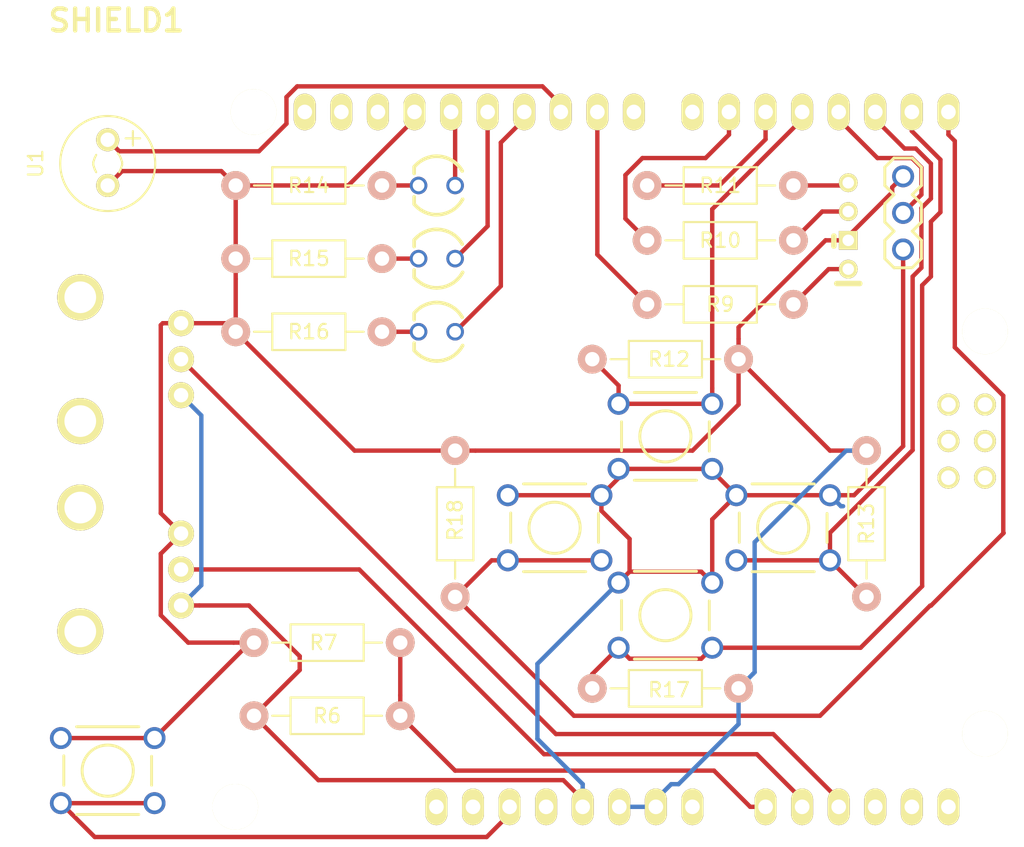
<source format=kicad_pcb>
(kicad_pcb (version 4) (host pcbnew 0.201509030901+6151~29~ubuntu14.04.1-product)

  (general
    (links 61)
    (no_connects 1)
    (area 124.244399 78.74 196.096701 138.3752)
    (thickness 1.6)
    (drawings 0)
    (tracks 209)
    (zones 0)
    (modules 26)
    (nets 43)
  )

  (page A4)
  (title_block
    (title "BATS PCB")
    (date 2015-09-05)
    (rev 0.0)
    (company BricoLabs)
  )

  (layers
    (0 F.Cu signal)
    (31 B.Cu signal)
    (32 B.Adhes user)
    (33 F.Adhes user)
    (34 B.Paste user)
    (35 F.Paste user)
    (36 B.SilkS user)
    (37 F.SilkS user)
    (38 B.Mask user)
    (39 F.Mask user)
    (40 Dwgs.User user)
    (41 Cmts.User user)
    (42 Eco1.User user)
    (43 Eco2.User user)
    (44 Edge.Cuts user)
    (45 Margin user)
    (46 B.CrtYd user)
    (47 F.CrtYd user)
    (48 B.Fab user)
    (49 F.Fab user)
  )

  (setup
    (last_trace_width 0.3048)
    (user_trace_width 0.3048)
    (user_trace_width 0.4064)
    (user_trace_width 0.508)
    (user_trace_width 0.6096)
    (user_trace_width 0.8128)
    (trace_clearance 0.3556)
    (zone_clearance 0.508)
    (zone_45_only no)
    (trace_min 0.3048)
    (segment_width 0.2)
    (edge_width 0.1)
    (via_size 1.2)
    (via_drill 0.8)
    (via_min_size 1.2)
    (via_min_drill 0.8)
    (uvia_size 0.508)
    (uvia_drill 0.127)
    (uvias_allowed no)
    (uvia_min_size 0)
    (uvia_min_drill 0)
    (pcb_text_width 0.3)
    (pcb_text_size 1.5 1.5)
    (mod_edge_width 0.15)
    (mod_text_size 1 1)
    (mod_text_width 0.15)
    (pad_size 1.5 1.5)
    (pad_drill 0.6)
    (pad_to_mask_clearance 0)
    (aux_axis_origin 0 0)
    (visible_elements FFFFFF7F)
    (pcbplotparams
      (layerselection 0x00030_80000001)
      (usegerberextensions false)
      (excludeedgelayer true)
      (linewidth 0.100000)
      (plotframeref false)
      (viasonmask false)
      (mode 1)
      (useauxorigin false)
      (hpglpennumber 1)
      (hpglpenspeed 20)
      (hpglpendiameter 15)
      (hpglpenoverlay 2)
      (psnegative false)
      (psa4output false)
      (plotreference true)
      (plotvalue true)
      (plotinvisibletext false)
      (padsonsilk false)
      (subtractmaskfromsilk false)
      (outputformat 4)
      (mirror false)
      (drillshape 0)
      (scaleselection 1)
      (outputdirectory ../svg/Proba.svg/))
  )

  (net 0 "")
  (net 1 "Net-(LED1-PadA)")
  (net 2 "Net-(LED1-PadK)")
  (net 3 "Net-(LED2-PadA)")
  (net 4 "Net-(LED2-PadK)")
  (net 5 "Net-(LED3-PadA)")
  (net 6 "Net-(LED3-PadK)")
  (net 7 "Net-(LED4-PadAB)")
  (net 8 "Net-(LED4-PadAR)")
  (net 9 GND)
  (net 10 "Net-(LED4-PadAG)")
  (net 11 "Net-(P1-Pad1)")
  (net 12 "Net-(P1-Pad2)")
  (net 13 "Net-(R6-Pad2)")
  (net 14 "Net-(R9-Pad2)")
  (net 15 "Net-(R10-Pad2)")
  (net 16 "Net-(R11-Pad2)")
  (net 17 "Net-(R12-Pad1)")
  (net 18 "Net-(R13-Pad1)")
  (net 19 "Net-(R17-Pad1)")
  (net 20 "Net-(R18-Pad1)")
  (net 21 "Net-(SHIELD1-PadAD5)")
  (net 22 "Net-(SHIELD1-PadAD4)")
  (net 23 "Net-(SHIELD1-PadAD3)")
  (net 24 "Net-(SHIELD1-PadAD1)")
  (net 25 "Net-(SHIELD1-PadAD2)")
  (net 26 "Net-(SHIELD1-PadV_IN)")
  (net 27 "Net-(SHIELD1-Pad3V3)")
  (net 28 "Net-(SHIELD1-PadRST)")
  (net 29 "Net-(SHIELD1-Pad7)")
  (net 30 "Net-(SHIELD1-Pad8)")
  (net 31 "Net-(SHIELD1-Pad10)")
  (net 32 "Net-(SHIELD1-PadAREF)")
  (net 33 "Net-(SHIELD1-PadSDA)")
  (net 34 "Net-(SHIELD1-PadSCL)")
  (net 35 "Net-(SHIELD1-PadIO_R)")
  (net 36 "Net-(SHIELD1-PadNC)")
  (net 37 "Net-(SHIELD1-PadSP1)")
  (net 38 "Net-(SHIELD1-PadSP2)")
  (net 39 "Net-(SHIELD1-PadSP3)")
  (net 40 "Net-(SHIELD1-PadSP4)")
  (net 41 "Net-(SHIELD1-PadSP5)")
  (net 42 "Net-(SHIELD1-PadSP6)")

  (net_class Default "This is the default net class."
    (clearance 0.3556)
    (trace_width 0.3048)
    (via_dia 1.2)
    (via_drill 0.8)
    (uvia_dia 0.508)
    (uvia_drill 0.127)
    (add_net GND)
    (add_net "Net-(LED1-PadA)")
    (add_net "Net-(LED1-PadK)")
    (add_net "Net-(LED2-PadA)")
    (add_net "Net-(LED2-PadK)")
    (add_net "Net-(LED3-PadA)")
    (add_net "Net-(LED3-PadK)")
    (add_net "Net-(LED4-PadAB)")
    (add_net "Net-(LED4-PadAG)")
    (add_net "Net-(LED4-PadAR)")
    (add_net "Net-(P1-Pad1)")
    (add_net "Net-(P1-Pad2)")
    (add_net "Net-(R10-Pad2)")
    (add_net "Net-(R11-Pad2)")
    (add_net "Net-(R12-Pad1)")
    (add_net "Net-(R13-Pad1)")
    (add_net "Net-(R17-Pad1)")
    (add_net "Net-(R18-Pad1)")
    (add_net "Net-(R6-Pad2)")
    (add_net "Net-(R9-Pad2)")
    (add_net "Net-(SHIELD1-Pad10)")
    (add_net "Net-(SHIELD1-Pad3V3)")
    (add_net "Net-(SHIELD1-Pad7)")
    (add_net "Net-(SHIELD1-Pad8)")
    (add_net "Net-(SHIELD1-PadAD1)")
    (add_net "Net-(SHIELD1-PadAD2)")
    (add_net "Net-(SHIELD1-PadAD3)")
    (add_net "Net-(SHIELD1-PadAD4)")
    (add_net "Net-(SHIELD1-PadAD5)")
    (add_net "Net-(SHIELD1-PadAREF)")
    (add_net "Net-(SHIELD1-PadIO_R)")
    (add_net "Net-(SHIELD1-PadNC)")
    (add_net "Net-(SHIELD1-PadRST)")
    (add_net "Net-(SHIELD1-PadSCL)")
    (add_net "Net-(SHIELD1-PadSDA)")
    (add_net "Net-(SHIELD1-PadSP1)")
    (add_net "Net-(SHIELD1-PadSP2)")
    (add_net "Net-(SHIELD1-PadSP3)")
    (add_net "Net-(SHIELD1-PadSP4)")
    (add_net "Net-(SHIELD1-PadSP5)")
    (add_net "Net-(SHIELD1-PadSP6)")
    (add_net "Net-(SHIELD1-PadV_IN)")
  )

  (module FT:ARDUINO_SHIELD (layer F.Cu) (tedit 0) (tstamp 55EA2CF2)
    (at 126.9706 137.7696)
    (descr http://www.thingiverse.com/thing:9630)
    (path /55897B99)
    (fp_text reference SHIELD1 (at 5.715 -57.15) (layer F.SilkS)
      (effects (font (thickness 0.3048)))
    )
    (fp_text value ARDUINO_SHIELD (at 10.16 -54.61) (layer F.SilkS) hide
      (effects (font (thickness 0.3048)))
    )
    (fp_line (start 66.04 -40.64) (end 66.04 -52.07) (layer Cmts.User) (width 0.381))
    (fp_line (start 66.04 -52.07) (end 64.77 -53.34) (layer Cmts.User) (width 0.381))
    (fp_line (start 64.77 -53.34) (end 0 -53.34) (layer Cmts.User) (width 0.381))
    (fp_line (start 66.04 0) (end 0 0) (layer Cmts.User) (width 0.381))
    (fp_line (start 0 0) (end 0 -53.34) (layer Cmts.User) (width 0.381))
    (fp_line (start 66.04 -40.64) (end 68.58 -38.1) (layer Cmts.User) (width 0.381))
    (fp_line (start 68.58 -38.1) (end 68.58 -5.08) (layer Cmts.User) (width 0.381))
    (fp_line (start 68.58 -5.08) (end 66.04 -2.54) (layer Cmts.User) (width 0.381))
    (fp_line (start 66.04 -2.54) (end 66.04 0) (layer Cmts.User) (width 0.381))
    (pad AD5 thru_hole oval (at 63.5 -2.54 90) (size 2.54 1.524) (drill 1.016) (layers *.Cu *.Mask F.SilkS)
      (net 21 "Net-(SHIELD1-PadAD5)"))
    (pad AD4 thru_hole oval (at 60.96 -2.54 90) (size 2.54 1.524) (drill 1.016) (layers *.Cu *.Mask F.SilkS)
      (net 22 "Net-(SHIELD1-PadAD4)"))
    (pad AD3 thru_hole oval (at 58.42 -2.54 90) (size 2.54 1.524) (drill 1.016) (layers *.Cu *.Mask F.SilkS)
      (net 23 "Net-(SHIELD1-PadAD3)"))
    (pad AD0 thru_hole oval (at 50.8 -2.54 90) (size 2.54 1.524) (drill 1.016) (layers *.Cu *.Mask F.SilkS)
      (net 13 "Net-(R6-Pad2)"))
    (pad AD1 thru_hole oval (at 53.34 -2.54 90) (size 2.54 1.524) (drill 1.016) (layers *.Cu *.Mask F.SilkS)
      (net 24 "Net-(SHIELD1-PadAD1)"))
    (pad AD2 thru_hole oval (at 55.88 -2.54 90) (size 2.54 1.524) (drill 1.016) (layers *.Cu *.Mask F.SilkS)
      (net 25 "Net-(SHIELD1-PadAD2)"))
    (pad V_IN thru_hole oval (at 45.72 -2.54 90) (size 2.54 1.524) (drill 1.016) (layers *.Cu *.Mask F.SilkS)
      (net 26 "Net-(SHIELD1-PadV_IN)"))
    (pad GND2 thru_hole oval (at 43.18 -2.54 90) (size 2.54 1.524) (drill 1.016) (layers *.Cu *.Mask F.SilkS)
      (net 9 GND))
    (pad GND1 thru_hole oval (at 40.64 -2.54 90) (size 2.54 1.524) (drill 1.016) (layers *.Cu *.Mask F.SilkS)
      (net 9 GND))
    (pad 3V3 thru_hole oval (at 35.56 -2.54 90) (size 2.54 1.524) (drill 1.016) (layers *.Cu *.Mask F.SilkS)
      (net 27 "Net-(SHIELD1-Pad3V3)"))
    (pad RST thru_hole oval (at 33.02 -2.54 90) (size 2.54 1.524) (drill 1.016) (layers *.Cu *.Mask F.SilkS)
      (net 28 "Net-(SHIELD1-PadRST)"))
    (pad 0 thru_hole oval (at 63.5 -50.8 90) (size 2.54 1.524) (drill 1.016) (layers *.Cu *.Mask F.SilkS)
      (net 20 "Net-(R18-Pad1)"))
    (pad 1 thru_hole oval (at 60.96 -50.8 90) (size 2.54 1.524) (drill 1.016) (layers *.Cu *.Mask F.SilkS)
      (net 19 "Net-(R17-Pad1)"))
    (pad 2 thru_hole oval (at 58.42 -50.8 90) (size 2.54 1.524) (drill 1.016) (layers *.Cu *.Mask F.SilkS)
      (net 18 "Net-(R13-Pad1)"))
    (pad 3 thru_hole oval (at 55.88 -50.8 90) (size 2.54 1.524) (drill 1.016) (layers *.Cu *.Mask F.SilkS)
      (net 12 "Net-(P1-Pad2)"))
    (pad 4 thru_hole oval (at 53.34 -50.8 90) (size 2.54 1.524) (drill 1.016) (layers *.Cu *.Mask F.SilkS)
      (net 17 "Net-(R12-Pad1)"))
    (pad 5 thru_hole oval (at 50.8 -50.8 90) (size 2.54 1.524) (drill 1.016) (layers *.Cu *.Mask F.SilkS)
      (net 16 "Net-(R11-Pad2)"))
    (pad 6 thru_hole oval (at 48.26 -50.8 90) (size 2.54 1.524) (drill 1.016) (layers *.Cu *.Mask F.SilkS)
      (net 15 "Net-(R10-Pad2)"))
    (pad 7 thru_hole oval (at 45.72 -50.8 90) (size 2.54 1.524) (drill 1.016) (layers *.Cu *.Mask F.SilkS)
      (net 29 "Net-(SHIELD1-Pad7)"))
    (pad 8 thru_hole oval (at 41.656 -50.8 90) (size 2.54 1.524) (drill 1.016) (layers *.Cu *.Mask F.SilkS)
      (net 30 "Net-(SHIELD1-Pad8)"))
    (pad 9 thru_hole oval (at 39.116 -50.8 90) (size 2.54 1.524) (drill 1.016) (layers *.Cu *.Mask F.SilkS)
      (net 14 "Net-(R9-Pad2)"))
    (pad 10 thru_hole oval (at 36.576 -50.8 90) (size 2.54 1.524) (drill 1.016) (layers *.Cu *.Mask F.SilkS)
      (net 31 "Net-(SHIELD1-Pad10)"))
    (pad 11 thru_hole oval (at 34.036 -50.8 90) (size 2.54 1.524) (drill 1.016) (layers *.Cu *.Mask F.SilkS)
      (net 5 "Net-(LED3-PadA)"))
    (pad 12 thru_hole oval (at 31.496 -50.8 90) (size 2.54 1.524) (drill 1.016) (layers *.Cu *.Mask F.SilkS)
      (net 3 "Net-(LED2-PadA)"))
    (pad 13 thru_hole oval (at 28.956 -50.8 90) (size 2.54 1.524) (drill 1.016) (layers *.Cu *.Mask F.SilkS)
      (net 1 "Net-(LED1-PadA)"))
    (pad GND3 thru_hole oval (at 26.416 -50.8 90) (size 2.54 1.524) (drill 1.016) (layers *.Cu *.Mask F.SilkS)
      (net 9 GND))
    (pad AREF thru_hole oval (at 23.876 -50.8 90) (size 2.54 1.524) (drill 1.016) (layers *.Cu *.Mask F.SilkS)
      (net 32 "Net-(SHIELD1-PadAREF)"))
    (pad 5V thru_hole oval (at 38.1 -2.54 90) (size 2.54 1.524) (drill 1.016) (layers *.Cu *.Mask F.SilkS)
      (net 11 "Net-(P1-Pad1)"))
    (pad "" np_thru_hole circle (at 66.04 -7.62 90) (size 3.175 3.175) (drill 3.175) (layers *.Cu *.Mask F.SilkS))
    (pad "" np_thru_hole circle (at 66.04 -35.56 90) (size 3.175 3.175) (drill 3.175) (layers *.Cu *.Mask F.SilkS))
    (pad "" np_thru_hole circle (at 15.24 -50.8 90) (size 3.175 3.175) (drill 3.175) (layers *.Cu *.Mask F.SilkS))
    (pad "" np_thru_hole circle (at 13.97 -2.54 90) (size 3.175 3.175) (drill 3.175) (layers *.Cu *.Mask F.SilkS))
    (pad SDA thru_hole oval (at 21.336 -50.8 90) (size 2.54 1.524) (drill 1.016) (layers *.Cu *.Mask F.SilkS)
      (net 33 "Net-(SHIELD1-PadSDA)"))
    (pad SCL thru_hole oval (at 18.796 -50.8 90) (size 2.54 1.524) (drill 1.016) (layers *.Cu *.Mask F.SilkS)
      (net 34 "Net-(SHIELD1-PadSCL)"))
    (pad IO_R thru_hole oval (at 30.48 -2.54 90) (size 2.54 1.524) (drill 1.016) (layers *.Cu *.Mask F.SilkS)
      (net 35 "Net-(SHIELD1-PadIO_R)"))
    (pad NC thru_hole oval (at 27.94 -2.54 90) (size 2.54 1.524) (drill 1.016) (layers *.Cu *.Mask F.SilkS)
      (net 36 "Net-(SHIELD1-PadNC)"))
    (pad SP1 thru_hole circle (at 63.5 -30.48 90) (size 1.524 1.524) (drill 1.016) (layers *.Cu *.Mask F.SilkS)
      (net 37 "Net-(SHIELD1-PadSP1)"))
    (pad SP2 thru_hole circle (at 66.04 -30.48 90) (size 1.524 1.524) (drill 1.016) (layers *.Cu *.Mask F.SilkS)
      (net 38 "Net-(SHIELD1-PadSP2)"))
    (pad SP3 thru_hole circle (at 63.5 -27.94 90) (size 1.524 1.524) (drill 1.016) (layers *.Cu *.Mask F.SilkS)
      (net 39 "Net-(SHIELD1-PadSP3)"))
    (pad SP4 thru_hole circle (at 66.04 -27.94 90) (size 1.524 1.524) (drill 1.016) (layers *.Cu *.Mask F.SilkS)
      (net 40 "Net-(SHIELD1-PadSP4)"))
    (pad SP5 thru_hole circle (at 63.5 -25.4 90) (size 1.524 1.524) (drill 1.016) (layers *.Cu *.Mask F.SilkS)
      (net 41 "Net-(SHIELD1-PadSP5)"))
    (pad SP6 thru_hole circle (at 66.04 -25.4 90) (size 1.524 1.524) (drill 1.016) (layers *.Cu *.Mask F.SilkS)
      (net 42 "Net-(SHIELD1-PadSP6)"))
  )

  (module FT:POT_RV09_VERT (layer F.Cu) (tedit 556FA948) (tstamp 55EA2DA2)
    (at 130.175 118.745 90)
    (path /55EA1F32)
    (fp_text reference VR1 (at 0 4.5 90) (layer Eco1.User)
      (effects (font (size 1 1) (thickness 0.15)))
    )
    (fp_text value POT (at 0 2 90) (layer Eco1.User) hide
      (effects (font (size 1 1) (thickness 0.15)))
    )
    (fp_line (start 4.8 5.5) (end 4.8 2) (layer Cmts.User) (width 0.15))
    (fp_line (start 3.8 6.6) (end 4.8 5.5) (layer Cmts.User) (width 0.15))
    (fp_line (start -4.9 2) (end -4.9 5.5) (layer Cmts.User) (width 0.15))
    (fp_line (start -4.9 5.5) (end -3.8 6.6) (layer Cmts.User) (width 0.15))
    (fp_line (start -4.9 -2) (end -4.9 -5.5) (layer Cmts.User) (width 0.15))
    (fp_line (start -4.9 -5.5) (end 4.9 -5.5) (layer Cmts.User) (width 0.15))
    (fp_line (start 4.9 -5.5) (end 4.9 -2) (layer Cmts.User) (width 0.15))
    (pad "" thru_hole circle (at -4.3 0 90) (size 3.2 3.2) (drill 2.2) (layers *.Cu *.Mask F.SilkS))
    (pad "" thru_hole circle (at 4.3 0 90) (size 3.2 3.2) (drill 2.2) (layers *.Cu *.Mask F.SilkS))
    (pad W thru_hole circle (at 0 7 90) (size 1.8 1.8) (drill 1) (layers *.Cu *.Mask F.SilkS)
      (net 24 "Net-(SHIELD1-PadAD1)"))
    (pad 1 thru_hole circle (at -2.5 7 90) (size 1.8 1.8) (drill 1) (layers *.Cu *.Mask F.SilkS)
      (net 11 "Net-(P1-Pad1)"))
    (pad 2 thru_hole circle (at 2.5 7 90) (size 1.8 1.8) (drill 1) (layers *.Cu *.Mask F.SilkS)
      (net 9 GND))
  )

  (module FT:LED-3MM (layer F.Cu) (tedit 5476B304) (tstamp 55EA2BE8)
    (at 154.94 92.075 180)
    (descr <B>LED</B><p>)
    (path /55898313)
    (fp_text reference LED1 (at 0 1.27 180) (layer Eco1.User)
      (effects (font (size 0.5 0.5) (thickness 0.075)))
    )
    (fp_text value "Red LED" (at 0 -1.27 180) (layer Eco1.User) hide
      (effects (font (size 0.5 0.5) (thickness 0.075)))
    )
    (fp_line (start 1.5748 1.27) (end 1.5748 -1.27) (layer Cmts.User) (width 0.254))
    (fp_arc (start 0 0) (end 0 -2.032) (angle 50.1) (layer F.SilkS) (width 0.254))
    (fp_arc (start 0 0) (end -1.7907 -0.95504) (angle 61.9) (layer F.SilkS) (width 0.254))
    (fp_arc (start 0 0) (end 0 2.032) (angle -49.7) (layer F.SilkS) (width 0.254))
    (fp_arc (start 0 0) (end -1.76276 1.00584) (angle -60.2) (layer F.SilkS) (width 0.254))
    (fp_arc (start 0 0) (end -2.032 0) (angle 28.3) (layer Cmts.User) (width 0.254))
    (fp_arc (start 0 0) (end -2.032 0) (angle -31.6) (layer Cmts.User) (width 0.254))
    (fp_line (start 1.5748 -1.2954) (end 1.5748 -0.7874) (layer F.SilkS) (width 0.254))
    (fp_line (start 1.5748 1.2954) (end 1.5748 0.8382) (layer F.SilkS) (width 0.254))
    (pad A thru_hole oval (at -1.27 0 180) (size 1.2192 1.2192) (drill 0.8128) (layers *.Cu *.Mask)
      (net 1 "Net-(LED1-PadA)"))
    (pad K thru_hole oval (at 1.27 0 180) (size 1.2192 1.2192) (drill 0.8128) (layers *.Cu *.Mask)
      (net 2 "Net-(LED1-PadK)"))
  )

  (module FT:LED-3MM (layer F.Cu) (tedit 5476B304) (tstamp 55EA2BF7)
    (at 154.94 97.155 180)
    (descr <B>LED</B><p>)
    (path /55898212)
    (fp_text reference LED2 (at 0 1.27 180) (layer Eco1.User)
      (effects (font (size 0.5 0.5) (thickness 0.075)))
    )
    (fp_text value "Yellow LED" (at 0 -1.27 180) (layer Eco1.User) hide
      (effects (font (size 0.5 0.5) (thickness 0.075)))
    )
    (fp_line (start 1.5748 1.27) (end 1.5748 -1.27) (layer Cmts.User) (width 0.254))
    (fp_arc (start 0 0) (end 0 -2.032) (angle 50.1) (layer F.SilkS) (width 0.254))
    (fp_arc (start 0 0) (end -1.7907 -0.95504) (angle 61.9) (layer F.SilkS) (width 0.254))
    (fp_arc (start 0 0) (end 0 2.032) (angle -49.7) (layer F.SilkS) (width 0.254))
    (fp_arc (start 0 0) (end -1.76276 1.00584) (angle -60.2) (layer F.SilkS) (width 0.254))
    (fp_arc (start 0 0) (end -2.032 0) (angle 28.3) (layer Cmts.User) (width 0.254))
    (fp_arc (start 0 0) (end -2.032 0) (angle -31.6) (layer Cmts.User) (width 0.254))
    (fp_line (start 1.5748 -1.2954) (end 1.5748 -0.7874) (layer F.SilkS) (width 0.254))
    (fp_line (start 1.5748 1.2954) (end 1.5748 0.8382) (layer F.SilkS) (width 0.254))
    (pad A thru_hole oval (at -1.27 0 180) (size 1.2192 1.2192) (drill 0.8128) (layers *.Cu *.Mask)
      (net 3 "Net-(LED2-PadA)"))
    (pad K thru_hole oval (at 1.27 0 180) (size 1.2192 1.2192) (drill 0.8128) (layers *.Cu *.Mask)
      (net 4 "Net-(LED2-PadK)"))
  )

  (module FT:LED-3MM (layer F.Cu) (tedit 5476B304) (tstamp 55EA2C06)
    (at 154.94 102.235 180)
    (descr <B>LED</B><p>)
    (path /55898085)
    (fp_text reference LED3 (at 0 1.27 180) (layer Eco1.User)
      (effects (font (size 0.5 0.5) (thickness 0.075)))
    )
    (fp_text value "Green LED" (at 0 -1.27 180) (layer Eco1.User) hide
      (effects (font (size 0.5 0.5) (thickness 0.075)))
    )
    (fp_line (start 1.5748 1.27) (end 1.5748 -1.27) (layer Cmts.User) (width 0.254))
    (fp_arc (start 0 0) (end 0 -2.032) (angle 50.1) (layer F.SilkS) (width 0.254))
    (fp_arc (start 0 0) (end -1.7907 -0.95504) (angle 61.9) (layer F.SilkS) (width 0.254))
    (fp_arc (start 0 0) (end 0 2.032) (angle -49.7) (layer F.SilkS) (width 0.254))
    (fp_arc (start 0 0) (end -1.76276 1.00584) (angle -60.2) (layer F.SilkS) (width 0.254))
    (fp_arc (start 0 0) (end -2.032 0) (angle 28.3) (layer Cmts.User) (width 0.254))
    (fp_arc (start 0 0) (end -2.032 0) (angle -31.6) (layer Cmts.User) (width 0.254))
    (fp_line (start 1.5748 -1.2954) (end 1.5748 -0.7874) (layer F.SilkS) (width 0.254))
    (fp_line (start 1.5748 1.2954) (end 1.5748 0.8382) (layer F.SilkS) (width 0.254))
    (pad A thru_hole oval (at -1.27 0 180) (size 1.2192 1.2192) (drill 0.8128) (layers *.Cu *.Mask)
      (net 5 "Net-(LED3-PadA)"))
    (pad K thru_hole oval (at 1.27 0 180) (size 1.2192 1.2192) (drill 0.8128) (layers *.Cu *.Mask)
      (net 6 "Net-(LED3-PadK)"))
  )

  (module FT:LED-RGB-8MM-COM-K-MINIMAL (layer F.Cu) (tedit 5476B38B) (tstamp 55EA2C10)
    (at 183.515 94.88424 90)
    (path /558B07DB)
    (autoplace_cost180 10)
    (fp_text reference LED4 (at 0 -1.7 90) (layer Eco1.User)
      (effects (font (size 0.6 0.6) (thickness 0.1)))
    )
    (fp_text value LED_RGB_COM_K (at 0 1.4 90) (layer Eco1.User) hide
      (effects (font (size 0.6 0.6) (thickness 0.1)))
    )
    (fp_line (start -1.39954 -1.00076) (end -0.70104 -1.00076) (layer F.SilkS) (width 0.381))
    (fp_line (start -4.0005 -0.8001) (end -4.0005 0.8001) (layer F.SilkS) (width 0.381))
    (pad AB thru_hole circle (at 2.99974 0 90) (size 1.30048 1.30048) (drill 0.8001) (layers *.Cu *.Mask F.SilkS)
      (net 7 "Net-(LED4-PadAB)") (solder_mask_margin 0.0254))
    (pad AR thru_hole circle (at -2.99974 0 90) (size 1.30048 1.30048) (drill 0.8001) (layers *.Cu *.Mask F.SilkS)
      (net 8 "Net-(LED4-PadAR)") (solder_mask_margin 0.0254))
    (pad K thru_hole rect (at -1.00076 0 90) (size 1.30048 1.30048) (drill 0.8001) (layers *.Cu *.Mask F.SilkS)
      (net 9 GND) (solder_mask_margin 0.0254))
    (pad AG thru_hole circle (at 1.00076 0 90) (size 1.30048 1.30048) (drill 0.8001) (layers *.Cu *.Mask F.SilkS)
      (net 10 "Net-(LED4-PadAG)") (solder_mask_margin 0.0254))
  )

  (module FT:1X03 (layer F.Cu) (tedit 54769DEE) (tstamp 55EA2C2B)
    (at 187.325 96.52 90)
    (path /558B2883)
    (fp_text reference P1 (at 0.3 0 90) (layer Eco1.User)
      (effects (font (size 0.6 0.6) (thickness 0.1)))
    )
    (fp_text value SERVO (at 2.6 1.6 90) (layer Eco1.User)
      (effects (font (size 0.2 0.2) (thickness 0.05)))
    )
    (fp_line (start 3.81 -0.635) (end 4.445 -1.27) (layer F.SilkS) (width 0.2032))
    (fp_line (start 4.445 -1.27) (end 5.715 -1.27) (layer F.SilkS) (width 0.2032))
    (fp_line (start 5.715 -1.27) (end 6.35 -0.635) (layer F.SilkS) (width 0.2032))
    (fp_line (start 6.35 0.635) (end 5.715 1.27) (layer F.SilkS) (width 0.2032))
    (fp_line (start 5.715 1.27) (end 4.445 1.27) (layer F.SilkS) (width 0.2032))
    (fp_line (start 4.445 1.27) (end 3.81 0.635) (layer F.SilkS) (width 0.2032))
    (fp_line (start -0.635 -1.27) (end 0.635 -1.27) (layer F.SilkS) (width 0.2032))
    (fp_line (start 0.635 -1.27) (end 1.27 -0.635) (layer F.SilkS) (width 0.2032))
    (fp_line (start 1.27 0.635) (end 0.635 1.27) (layer F.SilkS) (width 0.2032))
    (fp_line (start 1.27 -0.635) (end 1.905 -1.27) (layer F.SilkS) (width 0.2032))
    (fp_line (start 1.905 -1.27) (end 3.175 -1.27) (layer F.SilkS) (width 0.2032))
    (fp_line (start 3.175 -1.27) (end 3.81 -0.635) (layer F.SilkS) (width 0.2032))
    (fp_line (start 3.81 0.635) (end 3.175 1.27) (layer F.SilkS) (width 0.2032))
    (fp_line (start 3.175 1.27) (end 1.905 1.27) (layer F.SilkS) (width 0.2032))
    (fp_line (start 1.905 1.27) (end 1.27 0.635) (layer F.SilkS) (width 0.2032))
    (fp_line (start -1.27 -0.635) (end -1.27 0.635) (layer F.SilkS) (width 0.2032))
    (fp_line (start -0.635 -1.27) (end -1.27 -0.635) (layer F.SilkS) (width 0.2032))
    (fp_line (start -1.27 0.635) (end -0.635 1.27) (layer F.SilkS) (width 0.2032))
    (fp_line (start 0.635 1.27) (end -0.635 1.27) (layer F.SilkS) (width 0.2032))
    (fp_line (start 6.35 -0.635) (end 6.35 0.635) (layer F.SilkS) (width 0.2032))
    (pad 1 thru_hole oval (at 0 0 180) (size 1.524 1.524) (drill 1.016) (layers *.Cu *.Mask)
      (net 11 "Net-(P1-Pad1)"))
    (pad 2 thru_hole oval (at 2.54 0 180) (size 1.524 1.524) (drill 1.016) (layers *.Cu *.Mask)
      (net 12 "Net-(P1-Pad2)"))
    (pad 3 thru_hole oval (at 5.08 0 180) (size 1.524 1.524) (drill 1.016) (layers *.Cu *.Mask)
      (net 9 GND))
  )

  (module Resistors_ThroughHole:Resistor_Horizontal_RM10mm (layer F.Cu) (tedit 53F56209) (tstamp 55EA2C37)
    (at 147.32 128.905)
    (descr "Resistor, Axial,  RM 10mm, 1/3W,")
    (tags "Resistor, Axial, RM 10mm, 1/3W,")
    (path /558983C9)
    (fp_text reference R6 (at 0 0) (layer F.SilkS)
      (effects (font (size 1 1) (thickness 0.15)))
    )
    (fp_text value RES_PHOTO_LDR (at 0 1.905) (layer F.Fab)
      (effects (font (size 1 1) (thickness 0.15)))
    )
    (fp_line (start -2.54 -1.27) (end 2.54 -1.27) (layer F.SilkS) (width 0.15))
    (fp_line (start 2.54 -1.27) (end 2.54 1.27) (layer F.SilkS) (width 0.15))
    (fp_line (start 2.54 1.27) (end -2.54 1.27) (layer F.SilkS) (width 0.15))
    (fp_line (start -2.54 1.27) (end -2.54 -1.27) (layer F.SilkS) (width 0.15))
    (fp_line (start -2.54 0) (end -3.81 0) (layer F.SilkS) (width 0.15))
    (fp_line (start 2.54 0) (end 3.81 0) (layer F.SilkS) (width 0.15))
    (pad 1 thru_hole circle (at -5.08 0) (size 1.99898 1.99898) (drill 1.00076) (layers *.Cu *.SilkS *.Mask)
      (net 11 "Net-(P1-Pad1)"))
    (pad 2 thru_hole circle (at 5.08 0) (size 1.99898 1.99898) (drill 1.00076) (layers *.Cu *.SilkS *.Mask)
      (net 13 "Net-(R6-Pad2)"))
    (model Resistors_ThroughHole.3dshapes/Resistor_Horizontal_RM10mm.wrl
      (at (xyz 0 0 0))
      (scale (xyz 0.4 0.4 0.4))
      (rotate (xyz 0 0 0))
    )
  )

  (module Resistors_ThroughHole:Resistor_Horizontal_RM10mm (layer F.Cu) (tedit 53F56209) (tstamp 55EA2C43)
    (at 147.32 123.825 180)
    (descr "Resistor, Axial,  RM 10mm, 1/3W,")
    (tags "Resistor, Axial, RM 10mm, 1/3W,")
    (path /55898454)
    (fp_text reference R7 (at 0.24892 0 180) (layer F.SilkS)
      (effects (font (size 1 1) (thickness 0.15)))
    )
    (fp_text value 1K (at 0 -1.905 180) (layer F.Fab)
      (effects (font (size 1 1) (thickness 0.15)))
    )
    (fp_line (start -2.54 -1.27) (end 2.54 -1.27) (layer F.SilkS) (width 0.15))
    (fp_line (start 2.54 -1.27) (end 2.54 1.27) (layer F.SilkS) (width 0.15))
    (fp_line (start 2.54 1.27) (end -2.54 1.27) (layer F.SilkS) (width 0.15))
    (fp_line (start -2.54 1.27) (end -2.54 -1.27) (layer F.SilkS) (width 0.15))
    (fp_line (start -2.54 0) (end -3.81 0) (layer F.SilkS) (width 0.15))
    (fp_line (start 2.54 0) (end 3.81 0) (layer F.SilkS) (width 0.15))
    (pad 1 thru_hole circle (at -5.08 0 180) (size 1.99898 1.99898) (drill 1.00076) (layers *.Cu *.SilkS *.Mask)
      (net 13 "Net-(R6-Pad2)"))
    (pad 2 thru_hole circle (at 5.08 0 180) (size 1.99898 1.99898) (drill 1.00076) (layers *.Cu *.SilkS *.Mask)
      (net 9 GND))
    (model Resistors_ThroughHole.3dshapes/Resistor_Horizontal_RM10mm.wrl
      (at (xyz 0 0 0))
      (scale (xyz 0.4 0.4 0.4))
      (rotate (xyz 0 0 0))
    )
  )

  (module Resistors_ThroughHole:Resistor_Horizontal_RM10mm (layer F.Cu) (tedit 53F56209) (tstamp 55EA2C4F)
    (at 174.625 100.33 180)
    (descr "Resistor, Axial,  RM 10mm, 1/3W,")
    (tags "Resistor, Axial, RM 10mm, 1/3W,")
    (path /558B13E2)
    (fp_text reference R9 (at 0 0 180) (layer F.SilkS)
      (effects (font (size 1 1) (thickness 0.15)))
    )
    (fp_text value 220 (at 0 1.905 180) (layer F.Fab)
      (effects (font (size 1 1) (thickness 0.15)))
    )
    (fp_line (start -2.54 -1.27) (end 2.54 -1.27) (layer F.SilkS) (width 0.15))
    (fp_line (start 2.54 -1.27) (end 2.54 1.27) (layer F.SilkS) (width 0.15))
    (fp_line (start 2.54 1.27) (end -2.54 1.27) (layer F.SilkS) (width 0.15))
    (fp_line (start -2.54 1.27) (end -2.54 -1.27) (layer F.SilkS) (width 0.15))
    (fp_line (start -2.54 0) (end -3.81 0) (layer F.SilkS) (width 0.15))
    (fp_line (start 2.54 0) (end 3.81 0) (layer F.SilkS) (width 0.15))
    (pad 1 thru_hole circle (at -5.08 0 180) (size 1.99898 1.99898) (drill 1.00076) (layers *.Cu *.SilkS *.Mask)
      (net 8 "Net-(LED4-PadAR)"))
    (pad 2 thru_hole circle (at 5.08 0 180) (size 1.99898 1.99898) (drill 1.00076) (layers *.Cu *.SilkS *.Mask)
      (net 14 "Net-(R9-Pad2)"))
    (model Resistors_ThroughHole.3dshapes/Resistor_Horizontal_RM10mm.wrl
      (at (xyz 0 0 0))
      (scale (xyz 0.4 0.4 0.4))
      (rotate (xyz 0 0 0))
    )
  )

  (module Resistors_ThroughHole:Resistor_Horizontal_RM10mm (layer F.Cu) (tedit 53F56209) (tstamp 55EA2C5B)
    (at 174.625 95.885 180)
    (descr "Resistor, Axial,  RM 10mm, 1/3W,")
    (tags "Resistor, Axial, RM 10mm, 1/3W,")
    (path /558B144D)
    (fp_text reference R10 (at 0 0 180) (layer F.SilkS)
      (effects (font (size 1 1) (thickness 0.15)))
    )
    (fp_text value 220 (at 0 1.905 180) (layer F.Fab)
      (effects (font (size 1 1) (thickness 0.15)))
    )
    (fp_line (start -2.54 -1.27) (end 2.54 -1.27) (layer F.SilkS) (width 0.15))
    (fp_line (start 2.54 -1.27) (end 2.54 1.27) (layer F.SilkS) (width 0.15))
    (fp_line (start 2.54 1.27) (end -2.54 1.27) (layer F.SilkS) (width 0.15))
    (fp_line (start -2.54 1.27) (end -2.54 -1.27) (layer F.SilkS) (width 0.15))
    (fp_line (start -2.54 0) (end -3.81 0) (layer F.SilkS) (width 0.15))
    (fp_line (start 2.54 0) (end 3.81 0) (layer F.SilkS) (width 0.15))
    (pad 1 thru_hole circle (at -5.08 0 180) (size 1.99898 1.99898) (drill 1.00076) (layers *.Cu *.SilkS *.Mask)
      (net 10 "Net-(LED4-PadAG)"))
    (pad 2 thru_hole circle (at 5.08 0 180) (size 1.99898 1.99898) (drill 1.00076) (layers *.Cu *.SilkS *.Mask)
      (net 15 "Net-(R10-Pad2)"))
    (model Resistors_ThroughHole.3dshapes/Resistor_Horizontal_RM10mm.wrl
      (at (xyz 0 0 0))
      (scale (xyz 0.4 0.4 0.4))
      (rotate (xyz 0 0 0))
    )
  )

  (module Resistors_ThroughHole:Resistor_Horizontal_RM10mm (layer F.Cu) (tedit 53F56209) (tstamp 55EA2C67)
    (at 174.625 92.075 180)
    (descr "Resistor, Axial,  RM 10mm, 1/3W,")
    (tags "Resistor, Axial, RM 10mm, 1/3W,")
    (path /558B14E5)
    (fp_text reference R11 (at 0 0 180) (layer F.SilkS)
      (effects (font (size 1 1) (thickness 0.15)))
    )
    (fp_text value 220 (at 0 1.905 180) (layer F.Fab)
      (effects (font (size 1 1) (thickness 0.15)))
    )
    (fp_line (start -2.54 -1.27) (end 2.54 -1.27) (layer F.SilkS) (width 0.15))
    (fp_line (start 2.54 -1.27) (end 2.54 1.27) (layer F.SilkS) (width 0.15))
    (fp_line (start 2.54 1.27) (end -2.54 1.27) (layer F.SilkS) (width 0.15))
    (fp_line (start -2.54 1.27) (end -2.54 -1.27) (layer F.SilkS) (width 0.15))
    (fp_line (start -2.54 0) (end -3.81 0) (layer F.SilkS) (width 0.15))
    (fp_line (start 2.54 0) (end 3.81 0) (layer F.SilkS) (width 0.15))
    (pad 1 thru_hole circle (at -5.08 0 180) (size 1.99898 1.99898) (drill 1.00076) (layers *.Cu *.SilkS *.Mask)
      (net 7 "Net-(LED4-PadAB)"))
    (pad 2 thru_hole circle (at 5.08 0 180) (size 1.99898 1.99898) (drill 1.00076) (layers *.Cu *.SilkS *.Mask)
      (net 16 "Net-(R11-Pad2)"))
    (model Resistors_ThroughHole.3dshapes/Resistor_Horizontal_RM10mm.wrl
      (at (xyz 0 0 0))
      (scale (xyz 0.4 0.4 0.4))
      (rotate (xyz 0 0 0))
    )
  )

  (module Resistors_ThroughHole:Resistor_Horizontal_RM10mm (layer F.Cu) (tedit 53F56209) (tstamp 55EA2C73)
    (at 170.815 104.14)
    (descr "Resistor, Axial,  RM 10mm, 1/3W,")
    (tags "Resistor, Axial, RM 10mm, 1/3W,")
    (path /558AE59A)
    (fp_text reference R12 (at 0.24892 0) (layer F.SilkS)
      (effects (font (size 1 1) (thickness 0.15)))
    )
    (fp_text value 10K (at 0 1.27) (layer F.Fab)
      (effects (font (size 1 1) (thickness 0.15)))
    )
    (fp_line (start -2.54 -1.27) (end 2.54 -1.27) (layer F.SilkS) (width 0.15))
    (fp_line (start 2.54 -1.27) (end 2.54 1.27) (layer F.SilkS) (width 0.15))
    (fp_line (start 2.54 1.27) (end -2.54 1.27) (layer F.SilkS) (width 0.15))
    (fp_line (start -2.54 1.27) (end -2.54 -1.27) (layer F.SilkS) (width 0.15))
    (fp_line (start -2.54 0) (end -3.81 0) (layer F.SilkS) (width 0.15))
    (fp_line (start 2.54 0) (end 3.81 0) (layer F.SilkS) (width 0.15))
    (pad 1 thru_hole circle (at -5.08 0) (size 1.99898 1.99898) (drill 1.00076) (layers *.Cu *.SilkS *.Mask)
      (net 17 "Net-(R12-Pad1)"))
    (pad 2 thru_hole circle (at 5.08 0) (size 1.99898 1.99898) (drill 1.00076) (layers *.Cu *.SilkS *.Mask)
      (net 9 GND))
    (model Resistors_ThroughHole.3dshapes/Resistor_Horizontal_RM10mm.wrl
      (at (xyz 0 0 0))
      (scale (xyz 0.4 0.4 0.4))
      (rotate (xyz 0 0 0))
    )
  )

  (module Resistors_ThroughHole:Resistor_Horizontal_RM10mm (layer F.Cu) (tedit 53F56209) (tstamp 55EA2C7F)
    (at 184.785 115.57 90)
    (descr "Resistor, Axial,  RM 10mm, 1/3W,")
    (tags "Resistor, Axial, RM 10mm, 1/3W,")
    (path /558AEB17)
    (fp_text reference R13 (at 0 0 90) (layer F.SilkS)
      (effects (font (size 1 1) (thickness 0.15)))
    )
    (fp_text value 10K (at 0 -1.27 90) (layer F.Fab)
      (effects (font (size 1 1) (thickness 0.15)))
    )
    (fp_line (start -2.54 -1.27) (end 2.54 -1.27) (layer F.SilkS) (width 0.15))
    (fp_line (start 2.54 -1.27) (end 2.54 1.27) (layer F.SilkS) (width 0.15))
    (fp_line (start 2.54 1.27) (end -2.54 1.27) (layer F.SilkS) (width 0.15))
    (fp_line (start -2.54 1.27) (end -2.54 -1.27) (layer F.SilkS) (width 0.15))
    (fp_line (start -2.54 0) (end -3.81 0) (layer F.SilkS) (width 0.15))
    (fp_line (start 2.54 0) (end 3.81 0) (layer F.SilkS) (width 0.15))
    (pad 1 thru_hole circle (at -5.08 0 90) (size 1.99898 1.99898) (drill 1.00076) (layers *.Cu *.SilkS *.Mask)
      (net 18 "Net-(R13-Pad1)"))
    (pad 2 thru_hole circle (at 5.08 0 90) (size 1.99898 1.99898) (drill 1.00076) (layers *.Cu *.SilkS *.Mask)
      (net 9 GND))
    (model Resistors_ThroughHole.3dshapes/Resistor_Horizontal_RM10mm.wrl
      (at (xyz 0 0 0))
      (scale (xyz 0.4 0.4 0.4))
      (rotate (xyz 0 0 0))
    )
  )

  (module Resistors_ThroughHole:Resistor_Horizontal_RM10mm (layer F.Cu) (tedit 53F56209) (tstamp 55EA2C8B)
    (at 146.05 92.075 180)
    (descr "Resistor, Axial,  RM 10mm, 1/3W,")
    (tags "Resistor, Axial, RM 10mm, 1/3W,")
    (path /55898319)
    (fp_text reference R14 (at 0 0 180) (layer F.SilkS)
      (effects (font (size 1 1) (thickness 0.15)))
    )
    (fp_text value 470 (at 0 -1.905 180) (layer F.Fab)
      (effects (font (size 1 1) (thickness 0.15)))
    )
    (fp_line (start -2.54 -1.27) (end 2.54 -1.27) (layer F.SilkS) (width 0.15))
    (fp_line (start 2.54 -1.27) (end 2.54 1.27) (layer F.SilkS) (width 0.15))
    (fp_line (start 2.54 1.27) (end -2.54 1.27) (layer F.SilkS) (width 0.15))
    (fp_line (start -2.54 1.27) (end -2.54 -1.27) (layer F.SilkS) (width 0.15))
    (fp_line (start -2.54 0) (end -3.81 0) (layer F.SilkS) (width 0.15))
    (fp_line (start 2.54 0) (end 3.81 0) (layer F.SilkS) (width 0.15))
    (pad 1 thru_hole circle (at -5.08 0 180) (size 1.99898 1.99898) (drill 1.00076) (layers *.Cu *.SilkS *.Mask)
      (net 2 "Net-(LED1-PadK)"))
    (pad 2 thru_hole circle (at 5.08 0 180) (size 1.99898 1.99898) (drill 1.00076) (layers *.Cu *.SilkS *.Mask)
      (net 9 GND))
    (model Resistors_ThroughHole.3dshapes/Resistor_Horizontal_RM10mm.wrl
      (at (xyz 0 0 0))
      (scale (xyz 0.4 0.4 0.4))
      (rotate (xyz 0 0 0))
    )
  )

  (module Resistors_ThroughHole:Resistor_Horizontal_RM10mm (layer F.Cu) (tedit 53F56209) (tstamp 55EA2C97)
    (at 146.05 97.155 180)
    (descr "Resistor, Axial,  RM 10mm, 1/3W,")
    (tags "Resistor, Axial, RM 10mm, 1/3W,")
    (path /55898218)
    (fp_text reference R15 (at 0 0 180) (layer F.SilkS)
      (effects (font (size 1 1) (thickness 0.15)))
    )
    (fp_text value 470 (at 0 -1.905 180) (layer F.Fab)
      (effects (font (size 1 1) (thickness 0.15)))
    )
    (fp_line (start -2.54 -1.27) (end 2.54 -1.27) (layer F.SilkS) (width 0.15))
    (fp_line (start 2.54 -1.27) (end 2.54 1.27) (layer F.SilkS) (width 0.15))
    (fp_line (start 2.54 1.27) (end -2.54 1.27) (layer F.SilkS) (width 0.15))
    (fp_line (start -2.54 1.27) (end -2.54 -1.27) (layer F.SilkS) (width 0.15))
    (fp_line (start -2.54 0) (end -3.81 0) (layer F.SilkS) (width 0.15))
    (fp_line (start 2.54 0) (end 3.81 0) (layer F.SilkS) (width 0.15))
    (pad 1 thru_hole circle (at -5.08 0 180) (size 1.99898 1.99898) (drill 1.00076) (layers *.Cu *.SilkS *.Mask)
      (net 4 "Net-(LED2-PadK)"))
    (pad 2 thru_hole circle (at 5.08 0 180) (size 1.99898 1.99898) (drill 1.00076) (layers *.Cu *.SilkS *.Mask)
      (net 9 GND))
    (model Resistors_ThroughHole.3dshapes/Resistor_Horizontal_RM10mm.wrl
      (at (xyz 0 0 0))
      (scale (xyz 0.4 0.4 0.4))
      (rotate (xyz 0 0 0))
    )
  )

  (module Resistors_ThroughHole:Resistor_Horizontal_RM10mm (layer F.Cu) (tedit 53F56209) (tstamp 55EA2CA3)
    (at 146.05 102.235 180)
    (descr "Resistor, Axial,  RM 10mm, 1/3W,")
    (tags "Resistor, Axial, RM 10mm, 1/3W,")
    (path /55898121)
    (fp_text reference R16 (at 0 0 180) (layer F.SilkS)
      (effects (font (size 1 1) (thickness 0.15)))
    )
    (fp_text value 470 (at 0 -1.905 180) (layer F.Fab)
      (effects (font (size 1 1) (thickness 0.15)))
    )
    (fp_line (start -2.54 -1.27) (end 2.54 -1.27) (layer F.SilkS) (width 0.15))
    (fp_line (start 2.54 -1.27) (end 2.54 1.27) (layer F.SilkS) (width 0.15))
    (fp_line (start 2.54 1.27) (end -2.54 1.27) (layer F.SilkS) (width 0.15))
    (fp_line (start -2.54 1.27) (end -2.54 -1.27) (layer F.SilkS) (width 0.15))
    (fp_line (start -2.54 0) (end -3.81 0) (layer F.SilkS) (width 0.15))
    (fp_line (start 2.54 0) (end 3.81 0) (layer F.SilkS) (width 0.15))
    (pad 1 thru_hole circle (at -5.08 0 180) (size 1.99898 1.99898) (drill 1.00076) (layers *.Cu *.SilkS *.Mask)
      (net 6 "Net-(LED3-PadK)"))
    (pad 2 thru_hole circle (at 5.08 0 180) (size 1.99898 1.99898) (drill 1.00076) (layers *.Cu *.SilkS *.Mask)
      (net 9 GND))
    (model Resistors_ThroughHole.3dshapes/Resistor_Horizontal_RM10mm.wrl
      (at (xyz 0 0 0))
      (scale (xyz 0.4 0.4 0.4))
      (rotate (xyz 0 0 0))
    )
  )

  (module Resistors_ThroughHole:Resistor_Horizontal_RM10mm (layer F.Cu) (tedit 53F56209) (tstamp 55EA2CAF)
    (at 170.815 127)
    (descr "Resistor, Axial,  RM 10mm, 1/3W,")
    (tags "Resistor, Axial, RM 10mm, 1/3W,")
    (path /558AEBB6)
    (fp_text reference R17 (at 0.24892 0.10428) (layer F.SilkS)
      (effects (font (size 1 1) (thickness 0.15)))
    )
    (fp_text value 10K (at 0 1.27) (layer F.Fab)
      (effects (font (size 1 1) (thickness 0.15)))
    )
    (fp_line (start -2.54 -1.27) (end 2.54 -1.27) (layer F.SilkS) (width 0.15))
    (fp_line (start 2.54 -1.27) (end 2.54 1.27) (layer F.SilkS) (width 0.15))
    (fp_line (start 2.54 1.27) (end -2.54 1.27) (layer F.SilkS) (width 0.15))
    (fp_line (start -2.54 1.27) (end -2.54 -1.27) (layer F.SilkS) (width 0.15))
    (fp_line (start -2.54 0) (end -3.81 0) (layer F.SilkS) (width 0.15))
    (fp_line (start 2.54 0) (end 3.81 0) (layer F.SilkS) (width 0.15))
    (pad 1 thru_hole circle (at -5.08 0) (size 1.99898 1.99898) (drill 1.00076) (layers *.Cu *.SilkS *.Mask)
      (net 19 "Net-(R17-Pad1)"))
    (pad 2 thru_hole circle (at 5.08 0) (size 1.99898 1.99898) (drill 1.00076) (layers *.Cu *.SilkS *.Mask)
      (net 9 GND))
    (model Resistors_ThroughHole.3dshapes/Resistor_Horizontal_RM10mm.wrl
      (at (xyz 0 0 0))
      (scale (xyz 0.4 0.4 0.4))
      (rotate (xyz 0 0 0))
    )
  )

  (module Resistors_ThroughHole:Resistor_Horizontal_RM10mm (layer F.Cu) (tedit 53F56209) (tstamp 55EA2CBB)
    (at 156.21 115.57 90)
    (descr "Resistor, Axial,  RM 10mm, 1/3W,")
    (tags "Resistor, Axial, RM 10mm, 1/3W,")
    (path /558AEBC3)
    (fp_text reference R18 (at 0.24892 0 90) (layer F.SilkS)
      (effects (font (size 1 1) (thickness 0.15)))
    )
    (fp_text value 10K (at 0 1.27 90) (layer F.Fab)
      (effects (font (size 1 1) (thickness 0.15)))
    )
    (fp_line (start -2.54 -1.27) (end 2.54 -1.27) (layer F.SilkS) (width 0.15))
    (fp_line (start 2.54 -1.27) (end 2.54 1.27) (layer F.SilkS) (width 0.15))
    (fp_line (start 2.54 1.27) (end -2.54 1.27) (layer F.SilkS) (width 0.15))
    (fp_line (start -2.54 1.27) (end -2.54 -1.27) (layer F.SilkS) (width 0.15))
    (fp_line (start -2.54 0) (end -3.81 0) (layer F.SilkS) (width 0.15))
    (fp_line (start 2.54 0) (end 3.81 0) (layer F.SilkS) (width 0.15))
    (pad 1 thru_hole circle (at -5.08 0 90) (size 1.99898 1.99898) (drill 1.00076) (layers *.Cu *.SilkS *.Mask)
      (net 20 "Net-(R18-Pad1)"))
    (pad 2 thru_hole circle (at 5.08 0 90) (size 1.99898 1.99898) (drill 1.00076) (layers *.Cu *.SilkS *.Mask)
      (net 9 GND))
    (model Resistors_ThroughHole.3dshapes/Resistor_Horizontal_RM10mm.wrl
      (at (xyz 0 0 0))
      (scale (xyz 0.4 0.4 0.4))
      (rotate (xyz 0 0 0))
    )
  )

  (module FT:SW_PUSHBUTTON_PTH (layer F.Cu) (tedit 5477A5C1) (tstamp 55EA2D0E)
    (at 132.08 132.715)
    (descr "<b>OMRON SWITCH</b>")
    (path /558B73E7)
    (fp_text reference SW5 (at -0.05 0.364799) (layer Eco1.User)
      (effects (font (size 0.6 0.6) (thickness 0.1)))
    )
    (fp_text value RESET (at 0 0) (layer Eco1.User) hide
      (effects (font (size 0 0) (thickness 0.000001)))
    )
    (fp_line (start 3.048 -1.016) (end 3.048 -2.54) (layer Cmts.User) (width 0.2032))
    (fp_line (start 3.048 -2.54) (end 2.54 -3.048) (layer Cmts.User) (width 0.2032))
    (fp_line (start 2.54 3.048) (end 3.048 2.54) (layer Cmts.User) (width 0.2032))
    (fp_line (start 3.048 2.54) (end 3.048 1.016) (layer Cmts.User) (width 0.2032))
    (fp_line (start -2.54 -3.048) (end -3.048 -2.54) (layer Cmts.User) (width 0.2032))
    (fp_line (start -3.048 -2.54) (end -3.048 -1.016) (layer Cmts.User) (width 0.2032))
    (fp_line (start -2.54 3.048) (end -3.048 2.54) (layer Cmts.User) (width 0.2032))
    (fp_line (start -3.048 2.54) (end -3.048 1.016) (layer Cmts.User) (width 0.2032))
    (fp_line (start 2.54 3.048) (end 2.159 3.048) (layer Cmts.User) (width 0.2032))
    (fp_line (start -2.54 3.048) (end -2.159 3.048) (layer Cmts.User) (width 0.2032))
    (fp_line (start -2.54 -3.048) (end -2.159 -3.048) (layer Cmts.User) (width 0.2032))
    (fp_line (start 2.54 -3.048) (end 2.159 -3.048) (layer Cmts.User) (width 0.2032))
    (fp_line (start 2.159 -3.048) (end -2.159 -3.048) (layer F.SilkS) (width 0.2032))
    (fp_line (start -2.159 3.048) (end 2.159 3.048) (layer F.SilkS) (width 0.2032))
    (fp_line (start 3.048 -0.99568) (end 3.048 1.016) (layer F.SilkS) (width 0.2032))
    (fp_line (start -3.048 -1.02616) (end -3.048 1.016) (layer F.SilkS) (width 0.2032))
    (fp_line (start -2.54 -1.27) (end -2.54 -0.508) (layer Cmts.User) (width 0.2032))
    (fp_line (start -2.54 0.508) (end -2.54 1.27) (layer Cmts.User) (width 0.2032))
    (fp_line (start -2.54 -0.508) (end -2.159 0.381) (layer Cmts.User) (width 0.2032))
    (fp_circle (center 0 0) (end 1.778 0) (layer F.SilkS) (width 0.2032))
    (pad 1 thru_hole oval (at -3.2512 -2.2606) (size 1.524 1.524) (drill 1.016) (layers *.Cu *.Mask)
      (net 9 GND))
    (pad 1 thru_hole oval (at 3.2512 -2.2606) (size 1.524 1.524) (drill 1.016) (layers *.Cu *.Mask)
      (net 9 GND))
    (pad 2 thru_hole oval (at -3.2512 2.2606) (size 1.524 1.524) (drill 1.016) (layers *.Cu *.Mask)
      (net 28 "Net-(SHIELD1-PadRST)"))
    (pad 2 thru_hole oval (at 3.2512 2.2606) (size 1.524 1.524) (drill 1.016) (layers *.Cu *.Mask)
      (net 28 "Net-(SHIELD1-PadRST)"))
  )

  (module FT:SW_PUSHBUTTON_PTH (layer F.Cu) (tedit 5477A5C1) (tstamp 55EA2D2A)
    (at 170.815 109.4994 180)
    (descr "<b>OMRON SWITCH</b>")
    (path /5589867E)
    (fp_text reference SW6 (at -0.05 0 180) (layer Eco1.User)
      (effects (font (size 0.6 0.6) (thickness 0.1)))
    )
    (fp_text value UP (at 0 0 180) (layer Eco1.User) hide
      (effects (font (size 0 0) (thickness 0.000001)))
    )
    (fp_line (start 3.048 -1.016) (end 3.048 -2.54) (layer Cmts.User) (width 0.2032))
    (fp_line (start 3.048 -2.54) (end 2.54 -3.048) (layer Cmts.User) (width 0.2032))
    (fp_line (start 2.54 3.048) (end 3.048 2.54) (layer Cmts.User) (width 0.2032))
    (fp_line (start 3.048 2.54) (end 3.048 1.016) (layer Cmts.User) (width 0.2032))
    (fp_line (start -2.54 -3.048) (end -3.048 -2.54) (layer Cmts.User) (width 0.2032))
    (fp_line (start -3.048 -2.54) (end -3.048 -1.016) (layer Cmts.User) (width 0.2032))
    (fp_line (start -2.54 3.048) (end -3.048 2.54) (layer Cmts.User) (width 0.2032))
    (fp_line (start -3.048 2.54) (end -3.048 1.016) (layer Cmts.User) (width 0.2032))
    (fp_line (start 2.54 3.048) (end 2.159 3.048) (layer Cmts.User) (width 0.2032))
    (fp_line (start -2.54 3.048) (end -2.159 3.048) (layer Cmts.User) (width 0.2032))
    (fp_line (start -2.54 -3.048) (end -2.159 -3.048) (layer Cmts.User) (width 0.2032))
    (fp_line (start 2.54 -3.048) (end 2.159 -3.048) (layer Cmts.User) (width 0.2032))
    (fp_line (start 2.159 -3.048) (end -2.159 -3.048) (layer F.SilkS) (width 0.2032))
    (fp_line (start -2.159 3.048) (end 2.159 3.048) (layer F.SilkS) (width 0.2032))
    (fp_line (start 3.048 -0.99568) (end 3.048 1.016) (layer F.SilkS) (width 0.2032))
    (fp_line (start -3.048 -1.02616) (end -3.048 1.016) (layer F.SilkS) (width 0.2032))
    (fp_line (start -2.54 -1.27) (end -2.54 -0.508) (layer Cmts.User) (width 0.2032))
    (fp_line (start -2.54 0.508) (end -2.54 1.27) (layer Cmts.User) (width 0.2032))
    (fp_line (start -2.54 -0.508) (end -2.159 0.381) (layer Cmts.User) (width 0.2032))
    (fp_circle (center 0 0) (end 1.778 0) (layer F.SilkS) (width 0.2032))
    (pad 1 thru_hole oval (at -3.2512 -2.2606 180) (size 1.524 1.524) (drill 1.016) (layers *.Cu *.Mask)
      (net 11 "Net-(P1-Pad1)"))
    (pad 1 thru_hole oval (at 3.2512 -2.2606 180) (size 1.524 1.524) (drill 1.016) (layers *.Cu *.Mask)
      (net 11 "Net-(P1-Pad1)"))
    (pad 2 thru_hole oval (at -3.2512 2.2606 180) (size 1.524 1.524) (drill 1.016) (layers *.Cu *.Mask)
      (net 17 "Net-(R12-Pad1)"))
    (pad 2 thru_hole oval (at 3.2512 2.2606 180) (size 1.524 1.524) (drill 1.016) (layers *.Cu *.Mask)
      (net 17 "Net-(R12-Pad1)"))
  )

  (module FT:SW_PUSHBUTTON_PTH (layer F.Cu) (tedit 5477A5C1) (tstamp 55EA2D46)
    (at 178.9938 115.8494)
    (descr "<b>OMRON SWITCH</b>")
    (path /558AEB11)
    (fp_text reference SW7 (at -0.05 0) (layer Eco1.User)
      (effects (font (size 0.6 0.6) (thickness 0.1)))
    )
    (fp_text value LEFT (at 0 0) (layer Eco1.User) hide
      (effects (font (size 0 0) (thickness 0.000001)))
    )
    (fp_line (start 3.048 -1.016) (end 3.048 -2.54) (layer Cmts.User) (width 0.2032))
    (fp_line (start 3.048 -2.54) (end 2.54 -3.048) (layer Cmts.User) (width 0.2032))
    (fp_line (start 2.54 3.048) (end 3.048 2.54) (layer Cmts.User) (width 0.2032))
    (fp_line (start 3.048 2.54) (end 3.048 1.016) (layer Cmts.User) (width 0.2032))
    (fp_line (start -2.54 -3.048) (end -3.048 -2.54) (layer Cmts.User) (width 0.2032))
    (fp_line (start -3.048 -2.54) (end -3.048 -1.016) (layer Cmts.User) (width 0.2032))
    (fp_line (start -2.54 3.048) (end -3.048 2.54) (layer Cmts.User) (width 0.2032))
    (fp_line (start -3.048 2.54) (end -3.048 1.016) (layer Cmts.User) (width 0.2032))
    (fp_line (start 2.54 3.048) (end 2.159 3.048) (layer Cmts.User) (width 0.2032))
    (fp_line (start -2.54 3.048) (end -2.159 3.048) (layer Cmts.User) (width 0.2032))
    (fp_line (start -2.54 -3.048) (end -2.159 -3.048) (layer Cmts.User) (width 0.2032))
    (fp_line (start 2.54 -3.048) (end 2.159 -3.048) (layer Cmts.User) (width 0.2032))
    (fp_line (start 2.159 -3.048) (end -2.159 -3.048) (layer F.SilkS) (width 0.2032))
    (fp_line (start -2.159 3.048) (end 2.159 3.048) (layer F.SilkS) (width 0.2032))
    (fp_line (start 3.048 -0.99568) (end 3.048 1.016) (layer F.SilkS) (width 0.2032))
    (fp_line (start -3.048 -1.02616) (end -3.048 1.016) (layer F.SilkS) (width 0.2032))
    (fp_line (start -2.54 -1.27) (end -2.54 -0.508) (layer Cmts.User) (width 0.2032))
    (fp_line (start -2.54 0.508) (end -2.54 1.27) (layer Cmts.User) (width 0.2032))
    (fp_line (start -2.54 -0.508) (end -2.159 0.381) (layer Cmts.User) (width 0.2032))
    (fp_circle (center 0 0) (end 1.778 0) (layer F.SilkS) (width 0.2032))
    (pad 1 thru_hole oval (at -3.2512 -2.2606) (size 1.524 1.524) (drill 1.016) (layers *.Cu *.Mask)
      (net 11 "Net-(P1-Pad1)"))
    (pad 1 thru_hole oval (at 3.2512 -2.2606) (size 1.524 1.524) (drill 1.016) (layers *.Cu *.Mask)
      (net 11 "Net-(P1-Pad1)"))
    (pad 2 thru_hole oval (at -3.2512 2.2606) (size 1.524 1.524) (drill 1.016) (layers *.Cu *.Mask)
      (net 18 "Net-(R13-Pad1)"))
    (pad 2 thru_hole oval (at 3.2512 2.2606) (size 1.524 1.524) (drill 1.016) (layers *.Cu *.Mask)
      (net 18 "Net-(R13-Pad1)"))
  )

  (module FT:SW_PUSHBUTTON_PTH (layer F.Cu) (tedit 5477A5C1) (tstamp 55EA2D62)
    (at 170.815 121.92)
    (descr "<b>OMRON SWITCH</b>")
    (path /558AEBB0)
    (fp_text reference SW8 (at -0.05 0) (layer Eco1.User)
      (effects (font (size 0.6 0.6) (thickness 0.1)))
    )
    (fp_text value DOWN (at 0 0) (layer Eco1.User) hide
      (effects (font (size 0 0) (thickness 0.000001)))
    )
    (fp_line (start 3.048 -1.016) (end 3.048 -2.54) (layer Cmts.User) (width 0.2032))
    (fp_line (start 3.048 -2.54) (end 2.54 -3.048) (layer Cmts.User) (width 0.2032))
    (fp_line (start 2.54 3.048) (end 3.048 2.54) (layer Cmts.User) (width 0.2032))
    (fp_line (start 3.048 2.54) (end 3.048 1.016) (layer Cmts.User) (width 0.2032))
    (fp_line (start -2.54 -3.048) (end -3.048 -2.54) (layer Cmts.User) (width 0.2032))
    (fp_line (start -3.048 -2.54) (end -3.048 -1.016) (layer Cmts.User) (width 0.2032))
    (fp_line (start -2.54 3.048) (end -3.048 2.54) (layer Cmts.User) (width 0.2032))
    (fp_line (start -3.048 2.54) (end -3.048 1.016) (layer Cmts.User) (width 0.2032))
    (fp_line (start 2.54 3.048) (end 2.159 3.048) (layer Cmts.User) (width 0.2032))
    (fp_line (start -2.54 3.048) (end -2.159 3.048) (layer Cmts.User) (width 0.2032))
    (fp_line (start -2.54 -3.048) (end -2.159 -3.048) (layer Cmts.User) (width 0.2032))
    (fp_line (start 2.54 -3.048) (end 2.159 -3.048) (layer Cmts.User) (width 0.2032))
    (fp_line (start 2.159 -3.048) (end -2.159 -3.048) (layer F.SilkS) (width 0.2032))
    (fp_line (start -2.159 3.048) (end 2.159 3.048) (layer F.SilkS) (width 0.2032))
    (fp_line (start 3.048 -0.99568) (end 3.048 1.016) (layer F.SilkS) (width 0.2032))
    (fp_line (start -3.048 -1.02616) (end -3.048 1.016) (layer F.SilkS) (width 0.2032))
    (fp_line (start -2.54 -1.27) (end -2.54 -0.508) (layer Cmts.User) (width 0.2032))
    (fp_line (start -2.54 0.508) (end -2.54 1.27) (layer Cmts.User) (width 0.2032))
    (fp_line (start -2.54 -0.508) (end -2.159 0.381) (layer Cmts.User) (width 0.2032))
    (fp_circle (center 0 0) (end 1.778 0) (layer F.SilkS) (width 0.2032))
    (pad 1 thru_hole oval (at -3.2512 -2.2606) (size 1.524 1.524) (drill 1.016) (layers *.Cu *.Mask)
      (net 11 "Net-(P1-Pad1)"))
    (pad 1 thru_hole oval (at 3.2512 -2.2606) (size 1.524 1.524) (drill 1.016) (layers *.Cu *.Mask)
      (net 11 "Net-(P1-Pad1)"))
    (pad 2 thru_hole oval (at -3.2512 2.2606) (size 1.524 1.524) (drill 1.016) (layers *.Cu *.Mask)
      (net 19 "Net-(R17-Pad1)"))
    (pad 2 thru_hole oval (at 3.2512 2.2606) (size 1.524 1.524) (drill 1.016) (layers *.Cu *.Mask)
      (net 19 "Net-(R17-Pad1)"))
  )

  (module FT:SW_PUSHBUTTON_PTH (layer F.Cu) (tedit 5477A5C1) (tstamp 55EA2D7E)
    (at 163.1188 115.8494)
    (descr "<b>OMRON SWITCH</b>")
    (path /558AEBBD)
    (fp_text reference SW9 (at -0.05 0) (layer Eco1.User)
      (effects (font (size 0.6 0.6) (thickness 0.1)))
    )
    (fp_text value RIGHT (at 0 0) (layer Eco1.User) hide
      (effects (font (size 0 0) (thickness 0.000001)))
    )
    (fp_line (start 3.048 -1.016) (end 3.048 -2.54) (layer Cmts.User) (width 0.2032))
    (fp_line (start 3.048 -2.54) (end 2.54 -3.048) (layer Cmts.User) (width 0.2032))
    (fp_line (start 2.54 3.048) (end 3.048 2.54) (layer Cmts.User) (width 0.2032))
    (fp_line (start 3.048 2.54) (end 3.048 1.016) (layer Cmts.User) (width 0.2032))
    (fp_line (start -2.54 -3.048) (end -3.048 -2.54) (layer Cmts.User) (width 0.2032))
    (fp_line (start -3.048 -2.54) (end -3.048 -1.016) (layer Cmts.User) (width 0.2032))
    (fp_line (start -2.54 3.048) (end -3.048 2.54) (layer Cmts.User) (width 0.2032))
    (fp_line (start -3.048 2.54) (end -3.048 1.016) (layer Cmts.User) (width 0.2032))
    (fp_line (start 2.54 3.048) (end 2.159 3.048) (layer Cmts.User) (width 0.2032))
    (fp_line (start -2.54 3.048) (end -2.159 3.048) (layer Cmts.User) (width 0.2032))
    (fp_line (start -2.54 -3.048) (end -2.159 -3.048) (layer Cmts.User) (width 0.2032))
    (fp_line (start 2.54 -3.048) (end 2.159 -3.048) (layer Cmts.User) (width 0.2032))
    (fp_line (start 2.159 -3.048) (end -2.159 -3.048) (layer F.SilkS) (width 0.2032))
    (fp_line (start -2.159 3.048) (end 2.159 3.048) (layer F.SilkS) (width 0.2032))
    (fp_line (start 3.048 -0.99568) (end 3.048 1.016) (layer F.SilkS) (width 0.2032))
    (fp_line (start -3.048 -1.02616) (end -3.048 1.016) (layer F.SilkS) (width 0.2032))
    (fp_line (start -2.54 -1.27) (end -2.54 -0.508) (layer Cmts.User) (width 0.2032))
    (fp_line (start -2.54 0.508) (end -2.54 1.27) (layer Cmts.User) (width 0.2032))
    (fp_line (start -2.54 -0.508) (end -2.159 0.381) (layer Cmts.User) (width 0.2032))
    (fp_circle (center 0 0) (end 1.778 0) (layer F.SilkS) (width 0.2032))
    (pad 1 thru_hole oval (at -3.2512 -2.2606) (size 1.524 1.524) (drill 1.016) (layers *.Cu *.Mask)
      (net 11 "Net-(P1-Pad1)"))
    (pad 1 thru_hole oval (at 3.2512 -2.2606) (size 1.524 1.524) (drill 1.016) (layers *.Cu *.Mask)
      (net 11 "Net-(P1-Pad1)"))
    (pad 2 thru_hole oval (at -3.2512 2.2606) (size 1.524 1.524) (drill 1.016) (layers *.Cu *.Mask)
      (net 20 "Net-(R18-Pad1)"))
    (pad 2 thru_hole oval (at 3.2512 2.2606) (size 1.524 1.524) (drill 1.016) (layers *.Cu *.Mask)
      (net 20 "Net-(R18-Pad1)"))
  )

  (module Buzzers_Beepers:MagneticBuzzer_Kingstate_KCG0601 (layer F.Cu) (tedit 544E362D) (tstamp 55EA2D92)
    (at 132.08 92.075 90)
    (descr "Buzzer, Elektromagnetic Beeper, Summer,")
    (tags "Kingstate, KCG0601,")
    (path /5589860F)
    (fp_text reference U1 (at 1.524 -5.00126 90) (layer F.SilkS)
      (effects (font (size 1 1) (thickness 0.15)))
    )
    (fp_text value BUZZER (at 1.524 5.00126 90) (layer F.Fab)
      (effects (font (size 1 1) (thickness 0.15)))
    )
    (fp_line (start 2.77368 1.75006) (end 3.77444 1.75006) (layer F.SilkS) (width 0.15))
    (fp_line (start 3.27406 1.24968) (end 3.27406 2.25044) (layer F.SilkS) (width 0.15))
    (fp_line (start 2.22504 0.70104) (end 2.12344 0.8001) (layer F.SilkS) (width 0.15))
    (fp_line (start 2.12344 0.8001) (end 1.92278 0.89916) (layer F.SilkS) (width 0.15))
    (fp_line (start 1.92278 0.89916) (end 1.62306 1.00076) (layer F.SilkS) (width 0.15))
    (fp_line (start 1.62306 1.00076) (end 1.42494 1.00076) (layer F.SilkS) (width 0.15))
    (fp_line (start 1.42494 1.00076) (end 1.12522 0.89916) (layer F.SilkS) (width 0.15))
    (fp_line (start 1.12522 0.89916) (end 0.92456 0.8001) (layer F.SilkS) (width 0.15))
    (fp_line (start 2.12344 -0.8001) (end 1.92278 -0.89916) (layer F.SilkS) (width 0.15))
    (fp_line (start 1.92278 -0.89916) (end 1.62306 -1.00076) (layer F.SilkS) (width 0.15))
    (fp_line (start 1.62306 -1.00076) (end 1.42494 -1.00076) (layer F.SilkS) (width 0.15))
    (fp_line (start 1.42494 -1.00076) (end 1.12522 -0.89916) (layer F.SilkS) (width 0.15))
    (fp_line (start 1.12522 -0.89916) (end 0.92456 -0.8001) (layer F.SilkS) (width 0.15))
    (fp_circle (center 1.524 0) (end 4.82346 0) (layer F.SilkS) (width 0.15))
    (pad 1 thru_hole circle (at 0 0 90) (size 1.6002 1.6002) (drill 1.00076) (layers *.Cu *.Mask F.SilkS)
      (net 9 GND))
    (pad 2 thru_hole circle (at 3.175 0 90) (size 1.6002 1.6002) (drill 1.00076) (layers *.Cu *.Mask F.SilkS)
      (net 31 "Net-(SHIELD1-Pad10)"))
    (model Buzzers_Beepers.3dshapes/MagneticBuzzer_Kingstate_KCG0601.wrl
      (at (xyz 0 0 0))
      (scale (xyz 1 1 1))
      (rotate (xyz 0 0 0))
    )
  )

  (module FT:POT_RV09_VERT (layer F.Cu) (tedit 556FA948) (tstamp 55EA2DB2)
    (at 130.175 104.14 90)
    (path /55EA2018)
    (fp_text reference VR2 (at 0 4.5 90) (layer Eco1.User)
      (effects (font (size 1 1) (thickness 0.15)))
    )
    (fp_text value POT (at 0 2 90) (layer Eco1.User) hide
      (effects (font (size 1 1) (thickness 0.15)))
    )
    (fp_line (start 4.8 5.5) (end 4.8 2) (layer Cmts.User) (width 0.15))
    (fp_line (start 3.8 6.6) (end 4.8 5.5) (layer Cmts.User) (width 0.15))
    (fp_line (start -4.9 2) (end -4.9 5.5) (layer Cmts.User) (width 0.15))
    (fp_line (start -4.9 5.5) (end -3.8 6.6) (layer Cmts.User) (width 0.15))
    (fp_line (start -4.9 -2) (end -4.9 -5.5) (layer Cmts.User) (width 0.15))
    (fp_line (start -4.9 -5.5) (end 4.9 -5.5) (layer Cmts.User) (width 0.15))
    (fp_line (start 4.9 -5.5) (end 4.9 -2) (layer Cmts.User) (width 0.15))
    (pad "" thru_hole circle (at -4.3 0 90) (size 3.2 3.2) (drill 2.2) (layers *.Cu *.Mask F.SilkS))
    (pad "" thru_hole circle (at 4.3 0 90) (size 3.2 3.2) (drill 2.2) (layers *.Cu *.Mask F.SilkS))
    (pad W thru_hole circle (at 0 7 90) (size 1.8 1.8) (drill 1) (layers *.Cu *.Mask F.SilkS)
      (net 25 "Net-(SHIELD1-PadAD2)"))
    (pad 1 thru_hole circle (at -2.5 7 90) (size 1.8 1.8) (drill 1) (layers *.Cu *.Mask F.SilkS)
      (net 11 "Net-(P1-Pad1)"))
    (pad 2 thru_hole circle (at 2.5 7 90) (size 1.8 1.8) (drill 1) (layers *.Cu *.Mask F.SilkS)
      (net 9 GND))
  )

  (segment (start 156.21 92.075) (end 156.21 87.253) (width 0.3048) (layer F.Cu) (net 1))
  (segment (start 156.21 87.253) (end 155.9266 86.9696) (width 0.3048) (layer F.Cu) (net 1))
  (segment (start 151.13 92.075) (end 153.67 92.075) (width 0.3048) (layer F.Cu) (net 2))
  (segment (start 156.21 97.155) (end 158.4666 94.8984) (width 0.3048) (layer F.Cu) (net 3))
  (segment (start 158.4666 94.8984) (end 158.4666 86.9696) (width 0.3048) (layer F.Cu) (net 3))
  (segment (start 151.13 97.155) (end 153.67 97.155) (width 0.3048) (layer F.Cu) (net 4))
  (segment (start 156.21 102.235) (end 159.385 99.06) (width 0.3048) (layer F.Cu) (net 5))
  (segment (start 159.385 89.0992) (end 161.0066 87.4776) (width 0.3048) (layer F.Cu) (net 5))
  (segment (start 159.385 99.06) (end 159.385 89.0992) (width 0.3048) (layer F.Cu) (net 5))
  (segment (start 161.0066 87.4776) (end 161.0066 86.9696) (width 0.3048) (layer F.Cu) (net 5))
  (segment (start 151.13 102.235) (end 153.67 102.235) (width 0.3048) (layer F.Cu) (net 6))
  (segment (start 179.705 92.075) (end 183.3245 92.075) (width 0.3048) (layer F.Cu) (net 7))
  (segment (start 183.3245 92.075) (end 183.515 91.8845) (width 0.3048) (layer F.Cu) (net 7))
  (segment (start 179.705 100.33) (end 182.15102 97.88398) (width 0.3048) (layer F.Cu) (net 8))
  (segment (start 182.15102 97.88398) (end 183.515 97.88398) (width 0.3048) (layer F.Cu) (net 8))
  (segment (start 137.175 116.245) (end 135.766999 117.653001) (width 0.3048) (layer F.Cu) (net 9))
  (segment (start 135.766999 117.653001) (end 135.766999 121.920841) (width 0.3048) (layer F.Cu) (net 9))
  (segment (start 135.766999 121.920841) (end 137.671158 123.825) (width 0.3048) (layer F.Cu) (net 9))
  (segment (start 140.826508 123.825) (end 142.24 123.825) (width 0.3048) (layer F.Cu) (net 9))
  (segment (start 137.671158 123.825) (end 140.826508 123.825) (width 0.3048) (layer F.Cu) (net 9))
  (segment (start 175.895 104.14) (end 175.895 107.289602) (width 0.3048) (layer F.Cu) (net 9))
  (segment (start 175.895 107.289602) (end 172.694603 110.489999) (width 0.3048) (layer F.Cu) (net 9))
  (segment (start 172.694603 110.489999) (end 157.623492 110.49) (width 0.3048) (layer F.Cu) (net 9))
  (segment (start 157.623492 110.49) (end 156.21 110.49) (width 0.3048) (layer F.Cu) (net 9))
  (segment (start 184.785 110.49) (end 182.245 110.49) (width 0.3048) (layer F.Cu) (net 9))
  (segment (start 182.245 110.49) (end 175.895 104.14) (width 0.3048) (layer F.Cu) (net 9))
  (segment (start 183.515 95.885) (end 181.936088 95.885) (width 0.3048) (layer F.Cu) (net 9))
  (segment (start 181.936088 95.885) (end 175.895 101.926088) (width 0.3048) (layer F.Cu) (net 9))
  (segment (start 175.895 101.926088) (end 175.895 102.726508) (width 0.3048) (layer F.Cu) (net 9))
  (segment (start 175.895 102.726508) (end 175.895 104.14) (width 0.3048) (layer F.Cu) (net 9))
  (segment (start 183.515 95.885) (end 183.515 95.597678) (width 0.3048) (layer F.Cu) (net 9))
  (segment (start 183.515 95.597678) (end 186.563001 92.549677) (width 0.3048) (layer F.Cu) (net 9))
  (segment (start 186.563001 92.549677) (end 186.563001 92.201999) (width 0.3048) (layer F.Cu) (net 9))
  (segment (start 186.563001 92.201999) (end 187.325 91.44) (width 0.3048) (layer F.Cu) (net 9))
  (segment (start 170.1506 135.2296) (end 167.6106 135.2296) (width 0.3048) (layer B.Cu) (net 9))
  (segment (start 175.895 127) (end 175.895 129.4852) (width 0.3048) (layer B.Cu) (net 9))
  (segment (start 175.895 129.4852) (end 171.7254 133.6548) (width 0.3048) (layer B.Cu) (net 9))
  (segment (start 171.7254 133.6548) (end 171.2174 133.6548) (width 0.3048) (layer B.Cu) (net 9))
  (segment (start 171.2174 133.6548) (end 170.1506 134.7216) (width 0.3048) (layer B.Cu) (net 9))
  (segment (start 170.1506 134.7216) (end 170.1506 135.2296) (width 0.3048) (layer B.Cu) (net 9))
  (segment (start 184.785 110.49) (end 183.371508 110.49) (width 0.3048) (layer B.Cu) (net 9))
  (segment (start 177.012601 116.848907) (end 177.012601 125.882399) (width 0.3048) (layer B.Cu) (net 9))
  (segment (start 183.371508 110.49) (end 177.012601 116.848907) (width 0.3048) (layer B.Cu) (net 9))
  (segment (start 176.894489 126.000511) (end 175.895 127) (width 0.3048) (layer B.Cu) (net 9))
  (segment (start 177.012601 125.882399) (end 176.894489 126.000511) (width 0.3048) (layer B.Cu) (net 9))
  (segment (start 156.21 110.49) (end 149.225 110.49) (width 0.3048) (layer F.Cu) (net 9))
  (segment (start 149.225 110.49) (end 140.97 102.235) (width 0.3048) (layer F.Cu) (net 9))
  (segment (start 137.175 101.64) (end 135.902208 101.64) (width 0.3048) (layer F.Cu) (net 9))
  (segment (start 135.902208 101.64) (end 135.766999 101.775209) (width 0.3048) (layer F.Cu) (net 9))
  (segment (start 135.766999 101.775209) (end 135.766999 114.836999) (width 0.3048) (layer F.Cu) (net 9))
  (segment (start 135.766999 114.836999) (end 136.275001 115.345001) (width 0.3048) (layer F.Cu) (net 9))
  (segment (start 136.275001 115.345001) (end 137.175 116.245) (width 0.3048) (layer F.Cu) (net 9))
  (segment (start 135.3312 130.4544) (end 141.9606 123.825) (width 0.3048) (layer F.Cu) (net 9))
  (segment (start 141.9606 123.825) (end 142.24 123.825) (width 0.3048) (layer F.Cu) (net 9))
  (segment (start 128.8288 130.4544) (end 135.3312 130.4544) (width 0.3048) (layer F.Cu) (net 9))
  (segment (start 137.175 101.64) (end 140.375 101.64) (width 0.3048) (layer F.Cu) (net 9))
  (segment (start 140.375 101.64) (end 140.97 102.235) (width 0.3048) (layer F.Cu) (net 9))
  (segment (start 153.3866 86.9696) (end 153.3866 87.4776) (width 0.3048) (layer F.Cu) (net 9))
  (segment (start 153.3866 87.4776) (end 148.7892 92.075) (width 0.3048) (layer F.Cu) (net 9))
  (segment (start 148.7892 92.075) (end 142.383492 92.075) (width 0.3048) (layer F.Cu) (net 9))
  (segment (start 142.383492 92.075) (end 140.97 92.075) (width 0.3048) (layer F.Cu) (net 9))
  (segment (start 140.97 92.075) (end 139.970511 91.075511) (width 0.3048) (layer F.Cu) (net 9))
  (segment (start 139.970511 91.075511) (end 133.079489 91.075511) (width 0.3048) (layer F.Cu) (net 9))
  (segment (start 133.079489 91.075511) (end 132.880099 91.274901) (width 0.3048) (layer F.Cu) (net 9))
  (segment (start 132.880099 91.274901) (end 132.08 92.075) (width 0.3048) (layer F.Cu) (net 9))
  (segment (start 140.97 97.155) (end 140.97 98.568492) (width 0.3048) (layer F.Cu) (net 9))
  (segment (start 140.97 98.568492) (end 140.97 102.235) (width 0.3048) (layer F.Cu) (net 9))
  (segment (start 140.97 92.075) (end 140.97 97.155) (width 0.3048) (layer F.Cu) (net 9))
  (segment (start 179.705 95.885) (end 181.70652 93.88348) (width 0.3048) (layer F.Cu) (net 10))
  (segment (start 181.70652 93.88348) (end 183.515 93.88348) (width 0.3048) (layer F.Cu) (net 10))
  (segment (start 137.175 106.64) (end 138.583001 108.048001) (width 0.3048) (layer B.Cu) (net 11))
  (segment (start 138.583001 108.048001) (end 138.583001 119.836999) (width 0.3048) (layer B.Cu) (net 11))
  (segment (start 138.583001 119.836999) (end 138.074999 120.345001) (width 0.3048) (layer B.Cu) (net 11))
  (segment (start 138.074999 120.345001) (end 137.175 121.245) (width 0.3048) (layer B.Cu) (net 11))
  (segment (start 182.245 113.5888) (end 183.917288 113.5888) (width 0.3048) (layer F.Cu) (net 11))
  (segment (start 183.917288 113.5888) (end 187.325 110.181088) (width 0.3048) (layer F.Cu) (net 11))
  (segment (start 187.325 110.181088) (end 187.325 97.59763) (width 0.3048) (layer F.Cu) (net 11))
  (segment (start 187.325 97.59763) (end 187.325 96.52) (width 0.3048) (layer F.Cu) (net 11))
  (segment (start 137.175 106.64) (end 137.175 106.695) (width 0.3048) (layer B.Cu) (net 11))
  (segment (start 175.7426 113.5888) (end 182.245 113.5888) (width 0.3048) (layer F.Cu) (net 11))
  (segment (start 159.8676 113.5888) (end 166.37 113.5888) (width 0.3048) (layer F.Cu) (net 11))
  (segment (start 182.245 113.5888) (end 183.006999 114.350799) (width 0.3048) (layer B.Cu) (net 11))
  (segment (start 183.006999 114.350799) (end 183.155289 114.350799) (width 0.3048) (layer B.Cu) (net 11))
  (segment (start 167.5638 111.76) (end 174.0662 111.76) (width 0.3048) (layer F.Cu) (net 11))
  (segment (start 174.0662 119.6594) (end 173.304201 118.897401) (width 0.3048) (layer F.Cu) (net 11))
  (segment (start 173.304201 118.897401) (end 168.325799 118.897401) (width 0.3048) (layer F.Cu) (net 11))
  (segment (start 168.325799 118.897401) (end 167.5638 119.6594) (width 0.3048) (layer F.Cu) (net 11))
  (segment (start 175.7426 113.5888) (end 174.0662 115.2652) (width 0.3048) (layer F.Cu) (net 11))
  (segment (start 174.0662 115.2652) (end 174.0662 119.6594) (width 0.3048) (layer F.Cu) (net 11))
  (segment (start 166.37 113.5888) (end 166.37 114.66643) (width 0.3048) (layer F.Cu) (net 11))
  (segment (start 166.37 114.66643) (end 168.325799 116.622229) (width 0.3048) (layer F.Cu) (net 11))
  (segment (start 168.325799 116.622229) (end 168.325799 118.897401) (width 0.3048) (layer F.Cu) (net 11))
  (segment (start 174.0662 111.76) (end 174.0662 111.9124) (width 0.3048) (layer F.Cu) (net 11))
  (segment (start 174.0662 111.9124) (end 175.7426 113.5888) (width 0.3048) (layer F.Cu) (net 11))
  (segment (start 167.5638 111.76) (end 167.5638 112.395) (width 0.3048) (layer F.Cu) (net 11))
  (segment (start 167.5638 112.395) (end 166.37 113.5888) (width 0.3048) (layer F.Cu) (net 11))
  (segment (start 142.24 128.905) (end 145.415 125.73) (width 0.3048) (layer F.Cu) (net 11))
  (segment (start 145.415 125.73) (end 145.415 124.768912) (width 0.3048) (layer F.Cu) (net 11))
  (segment (start 141.891088 121.245) (end 138.447792 121.245) (width 0.3048) (layer F.Cu) (net 11))
  (segment (start 145.415 124.768912) (end 141.891088 121.245) (width 0.3048) (layer F.Cu) (net 11))
  (segment (start 138.447792 121.245) (end 137.175 121.245) (width 0.3048) (layer F.Cu) (net 11))
  (segment (start 165.0706 135.2296) (end 165.0706 134.7216) (width 0.3048) (layer F.Cu) (net 11))
  (segment (start 165.0706 134.7216) (end 163.72441 133.37541) (width 0.3048) (layer F.Cu) (net 11))
  (segment (start 143.239489 129.904489) (end 142.24 128.905) (width 0.3048) (layer F.Cu) (net 11))
  (segment (start 163.72441 133.37541) (end 146.71041 133.37541) (width 0.3048) (layer F.Cu) (net 11))
  (segment (start 146.71041 133.37541) (end 143.239489 129.904489) (width 0.3048) (layer F.Cu) (net 11))
  (segment (start 161.925 130.5092) (end 161.925 125.2982) (width 0.3048) (layer B.Cu) (net 11))
  (segment (start 161.925 125.2982) (end 167.5638 119.6594) (width 0.3048) (layer B.Cu) (net 11))
  (segment (start 165.0706 135.2296) (end 165.0706 133.6548) (width 0.3048) (layer B.Cu) (net 11))
  (segment (start 165.0706 133.6548) (end 161.925 130.5092) (width 0.3048) (layer B.Cu) (net 11))
  (segment (start 182.8506 86.9696) (end 182.8506 87.4776) (width 0.3048) (layer F.Cu) (net 12))
  (segment (start 188.595001 90.830399) (end 188.595001 92.709999) (width 0.3048) (layer F.Cu) (net 12))
  (segment (start 182.8506 87.4776) (end 185.542999 90.169999) (width 0.3048) (layer F.Cu) (net 12))
  (segment (start 185.542999 90.169999) (end 187.934601 90.169999) (width 0.3048) (layer F.Cu) (net 12))
  (segment (start 187.934601 90.169999) (end 188.595001 90.830399) (width 0.3048) (layer F.Cu) (net 12))
  (segment (start 188.595001 92.709999) (end 188.086999 93.218001) (width 0.3048) (layer F.Cu) (net 12))
  (segment (start 188.086999 93.218001) (end 187.325 93.98) (width 0.3048) (layer F.Cu) (net 12))
  (segment (start 152.4 128.905) (end 152.4 127.491508) (width 0.3048) (layer F.Cu) (net 13))
  (segment (start 152.4 127.491508) (end 152.4 123.825) (width 0.3048) (layer F.Cu) (net 13))
  (segment (start 174.1892 132.715) (end 156.21 132.715) (width 0.3048) (layer F.Cu) (net 13))
  (segment (start 156.21 132.715) (end 152.4 128.905) (width 0.3048) (layer F.Cu) (net 13))
  (segment (start 177.7706 135.2296) (end 176.7038 135.2296) (width 0.3048) (layer F.Cu) (net 13))
  (segment (start 176.7038 135.2296) (end 174.1892 132.715) (width 0.3048) (layer F.Cu) (net 13))
  (segment (start 166.0866 86.9696) (end 166.0866 96.8716) (width 0.3048) (layer F.Cu) (net 14))
  (segment (start 166.0866 96.8716) (end 169.545 100.33) (width 0.3048) (layer F.Cu) (net 14))
  (segment (start 166.0866 86.9696) (end 166.0866 87.9134) (width 0.3048) (layer F.Cu) (net 14))
  (segment (start 173.605 90.17) (end 169.218912 90.17) (width 0.3048) (layer F.Cu) (net 15))
  (segment (start 168.545511 94.885511) (end 169.545 95.885) (width 0.3048) (layer F.Cu) (net 15))
  (segment (start 169.218912 90.17) (end 168.037509 91.351403) (width 0.3048) (layer F.Cu) (net 15))
  (segment (start 168.037509 91.351403) (end 168.037509 94.377509) (width 0.3048) (layer F.Cu) (net 15))
  (segment (start 168.037509 94.377509) (end 168.545511 94.885511) (width 0.3048) (layer F.Cu) (net 15))
  (segment (start 175.2306 86.9696) (end 175.2306 88.5444) (width 0.3048) (layer F.Cu) (net 15))
  (segment (start 175.2306 88.5444) (end 173.605 90.17) (width 0.3048) (layer F.Cu) (net 15))
  (segment (start 177.7706 88.8706) (end 174.5662 92.075) (width 0.3048) (layer F.Cu) (net 16))
  (segment (start 174.5662 92.075) (end 169.545 92.075) (width 0.3048) (layer F.Cu) (net 16))
  (segment (start 177.7706 86.9696) (end 177.7706 88.8706) (width 0.3048) (layer F.Cu) (net 16))
  (segment (start 180.3106 86.9696) (end 180.3106 87.4776) (width 0.3048) (layer F.Cu) (net 17))
  (segment (start 180.3106 87.4776) (end 174.0662 93.722) (width 0.3048) (layer F.Cu) (net 17))
  (segment (start 174.0662 93.722) (end 174.0662 106.16117) (width 0.3048) (layer F.Cu) (net 17))
  (segment (start 174.0662 106.16117) (end 174.0662 107.2388) (width 0.3048) (layer F.Cu) (net 17))
  (segment (start 167.5638 107.2388) (end 174.0662 107.2388) (width 0.3048) (layer F.Cu) (net 17))
  (segment (start 165.735 104.14) (end 167.5638 105.9688) (width 0.3048) (layer F.Cu) (net 17))
  (segment (start 167.5638 105.9688) (end 167.5638 107.2388) (width 0.3048) (layer F.Cu) (net 17))
  (segment (start 187.98541 98.39959) (end 187.985409 110.454639) (width 0.3048) (layer F.Cu) (net 18))
  (segment (start 187.985409 110.454639) (end 182.245 116.195048) (width 0.3048) (layer F.Cu) (net 18))
  (segment (start 188.595001 93.643959) (end 188.595001 97.789999) (width 0.3048) (layer F.Cu) (net 18))
  (segment (start 188.595001 97.789999) (end 187.98541 98.39959) (width 0.3048) (layer F.Cu) (net 18))
  (segment (start 188.208151 89.509589) (end 187.422589 89.509589) (width 0.3048) (layer F.Cu) (net 18))
  (segment (start 187.422589 89.509589) (end 185.3906 87.4776) (width 0.3048) (layer F.Cu) (net 18))
  (segment (start 185.3906 87.4776) (end 185.3906 86.9696) (width 0.3048) (layer F.Cu) (net 18))
  (segment (start 182.245 118.11) (end 182.245 116.195048) (width 0.3048) (layer F.Cu) (net 18))
  (segment (start 188.595001 93.643959) (end 189.255411 92.983549) (width 0.3048) (layer F.Cu) (net 18))
  (segment (start 189.25541 90.556848) (end 188.208151 89.509589) (width 0.3048) (layer F.Cu) (net 18))
  (segment (start 189.255411 92.983549) (end 189.25541 90.556848) (width 0.3048) (layer F.Cu) (net 18))
  (segment (start 175.7426 118.11) (end 182.245 118.11) (width 0.3048) (layer F.Cu) (net 18))
  (segment (start 184.785 120.65) (end 182.245 118.11) (width 0.3048) (layer F.Cu) (net 18))
  (segment (start 188.645819 99.009181) (end 188.645819 119.905381) (width 0.3048) (layer F.Cu) (net 19))
  (segment (start 188.645819 119.905381) (end 184.3706 124.1806) (width 0.3048) (layer F.Cu) (net 19))
  (segment (start 189.255411 94.589589) (end 189.255411 98.399589) (width 0.3048) (layer F.Cu) (net 19))
  (segment (start 189.255411 98.399589) (end 188.645819 99.009181) (width 0.3048) (layer F.Cu) (net 19))
  (segment (start 189.915819 90.283299) (end 189.915819 93.929181) (width 0.3048) (layer F.Cu) (net 19))
  (segment (start 189.915819 93.929181) (end 189.255411 94.589589) (width 0.3048) (layer F.Cu) (net 19))
  (segment (start 187.9306 86.9696) (end 187.9306 88.29808) (width 0.3048) (layer F.Cu) (net 19))
  (segment (start 187.9306 88.29808) (end 189.915819 90.283299) (width 0.3048) (layer F.Cu) (net 19))
  (segment (start 184.3706 124.1806) (end 174.0662 124.1806) (width 0.3048) (layer F.Cu) (net 19))
  (segment (start 167.5638 124.1806) (end 168.325799 124.942599) (width 0.3048) (layer F.Cu) (net 19))
  (segment (start 168.325799 124.942599) (end 173.304201 124.942599) (width 0.3048) (layer F.Cu) (net 19))
  (segment (start 173.304201 124.942599) (end 174.0662 124.1806) (width 0.3048) (layer F.Cu) (net 19))
  (segment (start 167.5638 124.1806) (end 165.735 126.0094) (width 0.3048) (layer F.Cu) (net 19))
  (segment (start 165.735 126.0094) (end 165.735 127) (width 0.3048) (layer F.Cu) (net 19))
  (segment (start 194.280601 106.679999) (end 190.915099 103.314497) (width 0.3048) (layer F.Cu) (net 20))
  (segment (start 190.915099 103.314497) (end 190.915099 88.988899) (width 0.3048) (layer F.Cu) (net 20))
  (segment (start 190.915099 88.988899) (end 190.4706 88.5444) (width 0.3048) (layer F.Cu) (net 20))
  (segment (start 190.4706 88.5444) (end 190.4706 86.9696) (width 0.3048) (layer F.Cu) (net 20))
  (segment (start 189.259401 121.255599) (end 194.31 116.205) (width 0.3048) (layer F.Cu) (net 20))
  (segment (start 189.200599 121.255599) (end 189.259401 121.255599) (width 0.3048) (layer F.Cu) (net 20))
  (segment (start 194.280601 106.679999) (end 194.280601 116.234399) (width 0.3048) (layer F.Cu) (net 20))
  (segment (start 190.4706 86.9696) (end 190.4706 87.4776) (width 0.3048) (layer F.Cu) (net 20))
  (segment (start 190.4706 87.4776) (end 190.5 87.507) (width 0.3048) (layer F.Cu) (net 20))
  (segment (start 159.8676 118.11) (end 166.37 118.11) (width 0.3048) (layer F.Cu) (net 20))
  (segment (start 156.21 120.65) (end 158.75 118.11) (width 0.3048) (layer F.Cu) (net 20))
  (segment (start 158.75 118.11) (end 159.8676 118.11) (width 0.3048) (layer F.Cu) (net 20))
  (segment (start 181.551198 128.905) (end 164.465 128.905) (width 0.3048) (layer F.Cu) (net 20))
  (segment (start 164.465 128.905) (end 156.21 120.65) (width 0.3048) (layer F.Cu) (net 20))
  (segment (start 189.200599 121.255599) (end 181.551198 128.905) (width 0.3048) (layer F.Cu) (net 20))
  (segment (start 190.4706 86.9696) (end 190.4706 87.4776) (width 0.3048) (layer B.Cu) (net 20))
  (segment (start 149.551088 118.745) (end 137.175 118.745) (width 0.3048) (layer F.Cu) (net 24))
  (segment (start 177.165 131.576) (end 162.382088 131.576) (width 0.3048) (layer F.Cu) (net 24))
  (segment (start 162.382088 131.576) (end 149.551088 118.745) (width 0.3048) (layer F.Cu) (net 24))
  (segment (start 180.3106 135.2296) (end 180.3106 134.7216) (width 0.3048) (layer F.Cu) (net 24))
  (segment (start 180.3106 134.7216) (end 177.165 131.576) (width 0.3048) (layer F.Cu) (net 24))
  (segment (start 178.304 130.175) (end 163.21 130.175) (width 0.3048) (layer F.Cu) (net 25))
  (segment (start 163.21 130.175) (end 137.175 104.14) (width 0.3048) (layer F.Cu) (net 25))
  (segment (start 182.8506 135.2296) (end 182.8506 134.7216) (width 0.3048) (layer F.Cu) (net 25))
  (segment (start 182.8506 134.7216) (end 178.304 130.175) (width 0.3048) (layer F.Cu) (net 25))
  (segment (start 128.8288 134.9756) (end 135.3312 134.9756) (width 0.3048) (layer F.Cu) (net 28))
  (segment (start 159.9906 135.2296) (end 159.9906 135.7376) (width 0.3048) (layer F.Cu) (net 28))
  (segment (start 159.9906 135.7376) (end 158.403099 137.325101) (width 0.3048) (layer F.Cu) (net 28))
  (segment (start 158.403099 137.325101) (end 131.178301 137.325101) (width 0.3048) (layer F.Cu) (net 28))
  (segment (start 131.178301 137.325101) (end 129.590799 135.737599) (width 0.3048) (layer F.Cu) (net 28))
  (segment (start 129.590799 135.737599) (end 128.8288 134.9756) (width 0.3048) (layer F.Cu) (net 28))
  (segment (start 132.08 88.9) (end 132.880099 89.700099) (width 0.3048) (layer F.Cu) (net 31))
  (segment (start 132.880099 89.700099) (end 142.581443 89.700099) (width 0.3048) (layer F.Cu) (net 31))
  (segment (start 142.581443 89.700099) (end 144.49659 87.784952) (width 0.3048) (layer F.Cu) (net 31))
  (segment (start 144.49659 87.784952) (end 144.49659 85.935545) (width 0.3048) (layer F.Cu) (net 31))
  (segment (start 144.49659 85.935545) (end 145.240545 85.19159) (width 0.3048) (layer F.Cu) (net 31))
  (segment (start 145.240545 85.19159) (end 162.27659 85.19159) (width 0.3048) (layer F.Cu) (net 31))
  (segment (start 162.27659 85.19159) (end 163.5466 86.4616) (width 0.3048) (layer F.Cu) (net 31))
  (segment (start 163.5466 86.4616) (end 163.5466 86.9696) (width 0.3048) (layer F.Cu) (net 31))

)

</source>
